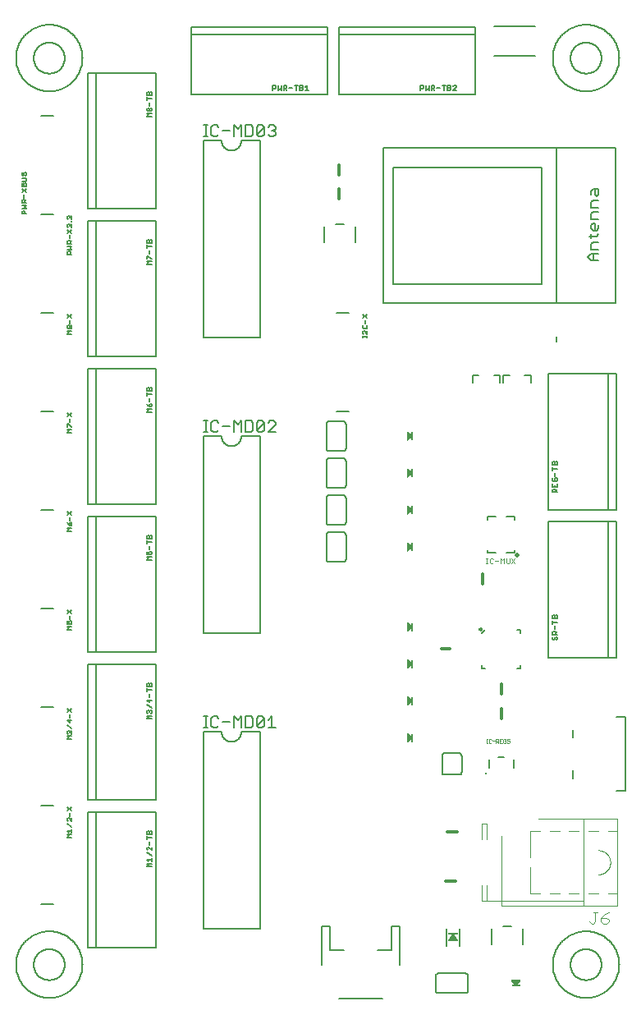
<source format=gbr>
G04 EAGLE Gerber RS-274X export*
G75*
%MOMM*%
%FSLAX34Y34*%
%LPD*%
%INSilkscreen Top*%
%IPPOS*%
%AMOC8*
5,1,8,0,0,1.08239X$1,22.5*%
G01*
%ADD10C,0.304800*%
%ADD11C,0.203200*%
%ADD12R,1.000000X0.200000*%
%ADD13R,0.889000X0.190500*%
%ADD14C,0.127000*%
%ADD15C,0.152400*%
%ADD16C,0.508000*%
%ADD17C,0.101600*%
%ADD18R,0.190500X0.889000*%
%ADD19C,0.100000*%
%ADD20C,0.254000*%
%ADD21C,0.025400*%

G36*
X411537Y580904D02*
X411537Y580904D01*
X411555Y580902D01*
X411657Y580930D01*
X411760Y580952D01*
X411775Y580961D01*
X411792Y580966D01*
X411937Y581051D01*
X417017Y584861D01*
X417020Y584864D01*
X417024Y584866D01*
X417105Y584953D01*
X417187Y585038D01*
X417189Y585042D01*
X417192Y585045D01*
X417242Y585154D01*
X417292Y585261D01*
X417292Y585265D01*
X417294Y585269D01*
X417307Y585387D01*
X417320Y585505D01*
X417320Y585509D01*
X417320Y585514D01*
X417294Y585630D01*
X417270Y585746D01*
X417267Y585750D01*
X417266Y585754D01*
X417205Y585856D01*
X417145Y585958D01*
X417141Y585961D01*
X417139Y585964D01*
X417017Y586079D01*
X411937Y589889D01*
X411921Y589897D01*
X411908Y589910D01*
X411893Y589917D01*
X411885Y589923D01*
X411835Y589943D01*
X411812Y589954D01*
X411719Y590003D01*
X411701Y590006D01*
X411685Y590013D01*
X411580Y590025D01*
X411476Y590041D01*
X411458Y590038D01*
X411441Y590040D01*
X411338Y590018D01*
X411233Y590000D01*
X411218Y589992D01*
X411200Y589988D01*
X411110Y589934D01*
X411017Y589884D01*
X411004Y589871D01*
X410989Y589862D01*
X410920Y589782D01*
X410848Y589705D01*
X410841Y589688D01*
X410829Y589675D01*
X410790Y589577D01*
X410746Y589481D01*
X410744Y589463D01*
X410737Y589447D01*
X410719Y589280D01*
X410719Y581660D01*
X410722Y581642D01*
X410720Y581625D01*
X410741Y581521D01*
X410759Y581417D01*
X410767Y581402D01*
X410771Y581384D01*
X410824Y581293D01*
X410874Y581200D01*
X410886Y581188D01*
X410896Y581172D01*
X410975Y581103D01*
X411052Y581031D01*
X411068Y581023D01*
X411082Y581011D01*
X411179Y580971D01*
X411275Y580927D01*
X411293Y580925D01*
X411309Y580918D01*
X411415Y580911D01*
X411519Y580900D01*
X411537Y580904D01*
G37*
G36*
X411537Y542804D02*
X411537Y542804D01*
X411555Y542802D01*
X411657Y542830D01*
X411760Y542852D01*
X411775Y542861D01*
X411792Y542866D01*
X411937Y542951D01*
X417017Y546761D01*
X417020Y546764D01*
X417024Y546766D01*
X417105Y546853D01*
X417187Y546938D01*
X417189Y546942D01*
X417192Y546945D01*
X417242Y547054D01*
X417292Y547161D01*
X417292Y547165D01*
X417294Y547169D01*
X417307Y547287D01*
X417320Y547405D01*
X417320Y547409D01*
X417320Y547414D01*
X417294Y547530D01*
X417270Y547646D01*
X417267Y547650D01*
X417266Y547654D01*
X417205Y547756D01*
X417145Y547858D01*
X417141Y547861D01*
X417139Y547864D01*
X417017Y547979D01*
X411937Y551789D01*
X411921Y551797D01*
X411908Y551810D01*
X411893Y551817D01*
X411885Y551823D01*
X411835Y551843D01*
X411812Y551854D01*
X411719Y551903D01*
X411701Y551906D01*
X411685Y551913D01*
X411580Y551925D01*
X411476Y551941D01*
X411458Y551938D01*
X411441Y551940D01*
X411338Y551918D01*
X411233Y551900D01*
X411218Y551892D01*
X411200Y551888D01*
X411110Y551834D01*
X411017Y551784D01*
X411004Y551771D01*
X410989Y551762D01*
X410920Y551682D01*
X410848Y551605D01*
X410841Y551588D01*
X410829Y551575D01*
X410790Y551477D01*
X410746Y551381D01*
X410744Y551363D01*
X410737Y551347D01*
X410719Y551180D01*
X410719Y543560D01*
X410722Y543542D01*
X410720Y543525D01*
X410741Y543421D01*
X410759Y543317D01*
X410767Y543302D01*
X410771Y543284D01*
X410824Y543193D01*
X410874Y543100D01*
X410886Y543088D01*
X410896Y543072D01*
X410975Y543003D01*
X411052Y542931D01*
X411068Y542923D01*
X411082Y542911D01*
X411179Y542871D01*
X411275Y542827D01*
X411293Y542825D01*
X411309Y542818D01*
X411415Y542811D01*
X411519Y542800D01*
X411537Y542804D01*
G37*
G36*
X411537Y504704D02*
X411537Y504704D01*
X411555Y504702D01*
X411657Y504730D01*
X411760Y504752D01*
X411775Y504761D01*
X411792Y504766D01*
X411937Y504851D01*
X417017Y508661D01*
X417020Y508664D01*
X417024Y508666D01*
X417105Y508753D01*
X417187Y508838D01*
X417189Y508842D01*
X417192Y508845D01*
X417242Y508954D01*
X417292Y509061D01*
X417292Y509065D01*
X417294Y509069D01*
X417307Y509187D01*
X417320Y509305D01*
X417320Y509309D01*
X417320Y509314D01*
X417294Y509430D01*
X417270Y509546D01*
X417267Y509550D01*
X417266Y509554D01*
X417205Y509656D01*
X417145Y509758D01*
X417141Y509761D01*
X417139Y509764D01*
X417017Y509879D01*
X411937Y513689D01*
X411921Y513697D01*
X411908Y513710D01*
X411893Y513717D01*
X411885Y513723D01*
X411835Y513743D01*
X411812Y513754D01*
X411719Y513803D01*
X411701Y513806D01*
X411685Y513813D01*
X411580Y513825D01*
X411476Y513841D01*
X411458Y513838D01*
X411441Y513840D01*
X411338Y513818D01*
X411233Y513800D01*
X411218Y513792D01*
X411200Y513788D01*
X411110Y513734D01*
X411017Y513684D01*
X411004Y513671D01*
X410989Y513662D01*
X410920Y513582D01*
X410848Y513505D01*
X410841Y513488D01*
X410829Y513475D01*
X410790Y513377D01*
X410746Y513281D01*
X410744Y513263D01*
X410737Y513247D01*
X410719Y513080D01*
X410719Y505460D01*
X410722Y505442D01*
X410720Y505425D01*
X410741Y505321D01*
X410759Y505217D01*
X410767Y505202D01*
X410771Y505184D01*
X410824Y505093D01*
X410874Y505000D01*
X410886Y504988D01*
X410896Y504972D01*
X410975Y504903D01*
X411052Y504831D01*
X411068Y504823D01*
X411082Y504811D01*
X411179Y504771D01*
X411275Y504727D01*
X411293Y504725D01*
X411309Y504718D01*
X411415Y504711D01*
X411519Y504700D01*
X411537Y504704D01*
G37*
G36*
X411537Y466604D02*
X411537Y466604D01*
X411555Y466602D01*
X411657Y466630D01*
X411760Y466652D01*
X411775Y466661D01*
X411792Y466666D01*
X411937Y466751D01*
X417017Y470561D01*
X417020Y470564D01*
X417024Y470566D01*
X417105Y470653D01*
X417187Y470738D01*
X417189Y470742D01*
X417192Y470745D01*
X417242Y470854D01*
X417292Y470961D01*
X417292Y470965D01*
X417294Y470969D01*
X417307Y471087D01*
X417320Y471205D01*
X417320Y471209D01*
X417320Y471214D01*
X417294Y471330D01*
X417270Y471446D01*
X417267Y471450D01*
X417266Y471454D01*
X417205Y471556D01*
X417145Y471658D01*
X417141Y471661D01*
X417139Y471664D01*
X417017Y471779D01*
X411937Y475589D01*
X411921Y475597D01*
X411908Y475610D01*
X411893Y475617D01*
X411885Y475623D01*
X411835Y475643D01*
X411812Y475654D01*
X411719Y475703D01*
X411701Y475706D01*
X411685Y475713D01*
X411580Y475725D01*
X411476Y475741D01*
X411458Y475738D01*
X411441Y475740D01*
X411338Y475718D01*
X411233Y475700D01*
X411218Y475692D01*
X411200Y475688D01*
X411110Y475634D01*
X411017Y475584D01*
X411004Y475571D01*
X410989Y475562D01*
X410920Y475482D01*
X410848Y475405D01*
X410841Y475388D01*
X410829Y475375D01*
X410790Y475277D01*
X410746Y475181D01*
X410744Y475163D01*
X410737Y475147D01*
X410719Y474980D01*
X410719Y467360D01*
X410722Y467342D01*
X410720Y467325D01*
X410741Y467221D01*
X410759Y467117D01*
X410767Y467102D01*
X410771Y467084D01*
X410824Y466993D01*
X410874Y466900D01*
X410886Y466888D01*
X410896Y466872D01*
X410975Y466803D01*
X411052Y466731D01*
X411068Y466723D01*
X411082Y466711D01*
X411179Y466671D01*
X411275Y466627D01*
X411293Y466625D01*
X411309Y466618D01*
X411415Y466611D01*
X411519Y466600D01*
X411537Y466604D01*
G37*
G36*
X411537Y384054D02*
X411537Y384054D01*
X411555Y384052D01*
X411657Y384080D01*
X411760Y384102D01*
X411775Y384111D01*
X411792Y384116D01*
X411937Y384201D01*
X417017Y388011D01*
X417020Y388014D01*
X417024Y388016D01*
X417105Y388103D01*
X417187Y388188D01*
X417189Y388192D01*
X417192Y388195D01*
X417242Y388304D01*
X417292Y388411D01*
X417292Y388415D01*
X417294Y388419D01*
X417307Y388537D01*
X417320Y388655D01*
X417320Y388659D01*
X417320Y388664D01*
X417294Y388780D01*
X417270Y388896D01*
X417267Y388900D01*
X417266Y388904D01*
X417205Y389006D01*
X417145Y389108D01*
X417141Y389111D01*
X417139Y389114D01*
X417017Y389229D01*
X411937Y393039D01*
X411921Y393047D01*
X411908Y393060D01*
X411893Y393067D01*
X411885Y393073D01*
X411835Y393093D01*
X411812Y393104D01*
X411719Y393153D01*
X411701Y393156D01*
X411685Y393163D01*
X411580Y393175D01*
X411476Y393191D01*
X411458Y393188D01*
X411441Y393190D01*
X411338Y393168D01*
X411233Y393150D01*
X411218Y393142D01*
X411200Y393138D01*
X411110Y393084D01*
X411017Y393034D01*
X411004Y393021D01*
X410989Y393012D01*
X410920Y392932D01*
X410848Y392855D01*
X410841Y392838D01*
X410829Y392825D01*
X410790Y392727D01*
X410746Y392631D01*
X410744Y392613D01*
X410737Y392597D01*
X410719Y392430D01*
X410719Y384810D01*
X410722Y384792D01*
X410720Y384775D01*
X410741Y384671D01*
X410759Y384567D01*
X410767Y384552D01*
X410771Y384534D01*
X410824Y384443D01*
X410874Y384350D01*
X410886Y384338D01*
X410896Y384322D01*
X410975Y384253D01*
X411052Y384181D01*
X411068Y384173D01*
X411082Y384161D01*
X411179Y384121D01*
X411275Y384077D01*
X411293Y384075D01*
X411309Y384068D01*
X411415Y384061D01*
X411519Y384050D01*
X411537Y384054D01*
G37*
G36*
X411537Y345954D02*
X411537Y345954D01*
X411555Y345952D01*
X411657Y345980D01*
X411760Y346002D01*
X411775Y346011D01*
X411792Y346016D01*
X411937Y346101D01*
X417017Y349911D01*
X417020Y349914D01*
X417024Y349916D01*
X417105Y350003D01*
X417187Y350088D01*
X417189Y350092D01*
X417192Y350095D01*
X417242Y350204D01*
X417292Y350311D01*
X417292Y350315D01*
X417294Y350319D01*
X417307Y350437D01*
X417320Y350555D01*
X417320Y350559D01*
X417320Y350564D01*
X417294Y350680D01*
X417270Y350796D01*
X417267Y350800D01*
X417266Y350804D01*
X417205Y350906D01*
X417145Y351008D01*
X417141Y351011D01*
X417139Y351014D01*
X417017Y351129D01*
X411937Y354939D01*
X411921Y354947D01*
X411908Y354960D01*
X411893Y354967D01*
X411885Y354973D01*
X411835Y354993D01*
X411812Y355004D01*
X411719Y355053D01*
X411701Y355056D01*
X411685Y355063D01*
X411580Y355075D01*
X411476Y355091D01*
X411458Y355088D01*
X411441Y355090D01*
X411338Y355068D01*
X411233Y355050D01*
X411218Y355042D01*
X411200Y355038D01*
X411110Y354984D01*
X411017Y354934D01*
X411004Y354921D01*
X410989Y354912D01*
X410920Y354832D01*
X410848Y354755D01*
X410841Y354738D01*
X410829Y354725D01*
X410790Y354627D01*
X410746Y354531D01*
X410744Y354513D01*
X410737Y354497D01*
X410719Y354330D01*
X410719Y346710D01*
X410722Y346692D01*
X410720Y346675D01*
X410741Y346571D01*
X410759Y346467D01*
X410767Y346452D01*
X410771Y346434D01*
X410824Y346343D01*
X410874Y346250D01*
X410886Y346238D01*
X410896Y346222D01*
X410975Y346153D01*
X411052Y346081D01*
X411068Y346073D01*
X411082Y346061D01*
X411179Y346021D01*
X411275Y345977D01*
X411293Y345975D01*
X411309Y345968D01*
X411415Y345961D01*
X411519Y345950D01*
X411537Y345954D01*
G37*
G36*
X411537Y307854D02*
X411537Y307854D01*
X411555Y307852D01*
X411657Y307880D01*
X411760Y307902D01*
X411775Y307911D01*
X411792Y307916D01*
X411937Y308001D01*
X417017Y311811D01*
X417020Y311814D01*
X417024Y311816D01*
X417105Y311903D01*
X417187Y311988D01*
X417189Y311992D01*
X417192Y311995D01*
X417242Y312104D01*
X417292Y312211D01*
X417292Y312215D01*
X417294Y312219D01*
X417307Y312337D01*
X417320Y312455D01*
X417320Y312459D01*
X417320Y312464D01*
X417294Y312580D01*
X417270Y312696D01*
X417267Y312700D01*
X417266Y312704D01*
X417205Y312806D01*
X417145Y312908D01*
X417141Y312911D01*
X417139Y312914D01*
X417017Y313029D01*
X411937Y316839D01*
X411921Y316847D01*
X411908Y316860D01*
X411893Y316867D01*
X411885Y316873D01*
X411835Y316893D01*
X411812Y316904D01*
X411719Y316953D01*
X411701Y316956D01*
X411685Y316963D01*
X411580Y316975D01*
X411476Y316991D01*
X411458Y316988D01*
X411441Y316990D01*
X411338Y316968D01*
X411233Y316950D01*
X411218Y316942D01*
X411200Y316938D01*
X411110Y316884D01*
X411017Y316834D01*
X411004Y316821D01*
X410989Y316812D01*
X410920Y316732D01*
X410848Y316655D01*
X410841Y316638D01*
X410829Y316625D01*
X410790Y316527D01*
X410746Y316431D01*
X410744Y316413D01*
X410737Y316397D01*
X410719Y316230D01*
X410719Y308610D01*
X410722Y308592D01*
X410720Y308575D01*
X410741Y308471D01*
X410759Y308367D01*
X410767Y308352D01*
X410771Y308334D01*
X410824Y308243D01*
X410874Y308150D01*
X410886Y308138D01*
X410896Y308122D01*
X410975Y308053D01*
X411052Y307981D01*
X411068Y307973D01*
X411082Y307961D01*
X411179Y307921D01*
X411275Y307877D01*
X411293Y307875D01*
X411309Y307868D01*
X411415Y307861D01*
X411519Y307850D01*
X411537Y307854D01*
G37*
G36*
X411537Y269754D02*
X411537Y269754D01*
X411555Y269752D01*
X411657Y269780D01*
X411760Y269802D01*
X411775Y269811D01*
X411792Y269816D01*
X411937Y269901D01*
X417017Y273711D01*
X417020Y273714D01*
X417024Y273716D01*
X417105Y273803D01*
X417187Y273888D01*
X417189Y273892D01*
X417192Y273895D01*
X417242Y274004D01*
X417292Y274111D01*
X417292Y274115D01*
X417294Y274119D01*
X417307Y274237D01*
X417320Y274355D01*
X417320Y274359D01*
X417320Y274364D01*
X417294Y274480D01*
X417270Y274596D01*
X417267Y274600D01*
X417266Y274604D01*
X417205Y274706D01*
X417145Y274808D01*
X417141Y274811D01*
X417139Y274814D01*
X417017Y274929D01*
X411937Y278739D01*
X411921Y278747D01*
X411908Y278760D01*
X411893Y278767D01*
X411885Y278773D01*
X411835Y278793D01*
X411812Y278804D01*
X411719Y278853D01*
X411701Y278856D01*
X411685Y278863D01*
X411580Y278875D01*
X411476Y278891D01*
X411458Y278888D01*
X411441Y278890D01*
X411338Y278868D01*
X411233Y278850D01*
X411218Y278842D01*
X411200Y278838D01*
X411110Y278784D01*
X411017Y278734D01*
X411004Y278721D01*
X410989Y278712D01*
X410920Y278632D01*
X410848Y278555D01*
X410841Y278538D01*
X410829Y278525D01*
X410790Y278427D01*
X410746Y278331D01*
X410744Y278313D01*
X410737Y278297D01*
X410719Y278130D01*
X410719Y270510D01*
X410722Y270492D01*
X410720Y270475D01*
X410741Y270371D01*
X410759Y270267D01*
X410767Y270252D01*
X410771Y270234D01*
X410824Y270143D01*
X410874Y270050D01*
X410886Y270038D01*
X410896Y270022D01*
X410975Y269953D01*
X411052Y269881D01*
X411068Y269873D01*
X411082Y269861D01*
X411179Y269821D01*
X411275Y269777D01*
X411293Y269775D01*
X411309Y269768D01*
X411415Y269761D01*
X411519Y269750D01*
X411537Y269754D01*
G37*
G36*
X523279Y18290D02*
X523279Y18290D01*
X523284Y18290D01*
X523400Y18316D01*
X523516Y18341D01*
X523520Y18343D01*
X523524Y18344D01*
X523626Y18405D01*
X523728Y18466D01*
X523731Y18469D01*
X523734Y18471D01*
X523849Y18593D01*
X527659Y23673D01*
X527667Y23689D01*
X527680Y23702D01*
X527724Y23798D01*
X527773Y23891D01*
X527776Y23909D01*
X527783Y23925D01*
X527795Y24030D01*
X527811Y24134D01*
X527808Y24152D01*
X527810Y24169D01*
X527788Y24272D01*
X527770Y24377D01*
X527762Y24392D01*
X527758Y24410D01*
X527704Y24500D01*
X527654Y24594D01*
X527641Y24606D01*
X527632Y24621D01*
X527552Y24690D01*
X527475Y24762D01*
X527458Y24769D01*
X527445Y24781D01*
X527347Y24820D01*
X527251Y24864D01*
X527233Y24866D01*
X527217Y24873D01*
X527050Y24891D01*
X519430Y24891D01*
X519412Y24888D01*
X519395Y24890D01*
X519291Y24869D01*
X519187Y24852D01*
X519172Y24843D01*
X519154Y24840D01*
X519063Y24786D01*
X518970Y24736D01*
X518958Y24724D01*
X518942Y24715D01*
X518873Y24635D01*
X518801Y24558D01*
X518793Y24542D01*
X518781Y24528D01*
X518741Y24431D01*
X518697Y24335D01*
X518695Y24317D01*
X518688Y24301D01*
X518681Y24195D01*
X518670Y24091D01*
X518674Y24073D01*
X518672Y24055D01*
X518700Y23953D01*
X518722Y23850D01*
X518731Y23835D01*
X518736Y23818D01*
X518821Y23673D01*
X522631Y18593D01*
X522634Y18590D01*
X522636Y18587D01*
X522723Y18505D01*
X522808Y18423D01*
X522812Y18421D01*
X522815Y18418D01*
X522924Y18368D01*
X523031Y18318D01*
X523035Y18318D01*
X523039Y18316D01*
X523157Y18303D01*
X523275Y18290D01*
X523279Y18290D01*
G37*
G36*
X460541Y65575D02*
X460541Y65575D01*
X460613Y65575D01*
X460681Y65595D01*
X460752Y65605D01*
X460817Y65634D01*
X460886Y65654D01*
X460946Y65692D01*
X461011Y65721D01*
X461066Y65767D01*
X461126Y65805D01*
X461174Y65859D01*
X461228Y65905D01*
X461268Y65964D01*
X461315Y66018D01*
X461346Y66082D01*
X461386Y66141D01*
X461407Y66210D01*
X461438Y66274D01*
X461450Y66344D01*
X461471Y66412D01*
X461473Y66484D01*
X461485Y66555D01*
X461477Y66625D01*
X461479Y66696D01*
X461460Y66766D01*
X461452Y66837D01*
X461427Y66892D01*
X461407Y66971D01*
X461346Y67074D01*
X461315Y67143D01*
X459315Y70143D01*
X459238Y70230D01*
X459165Y70320D01*
X459143Y70335D01*
X459125Y70355D01*
X459028Y70417D01*
X458933Y70484D01*
X458907Y70492D01*
X458885Y70507D01*
X458774Y70539D01*
X458664Y70577D01*
X458637Y70578D01*
X458612Y70585D01*
X458496Y70585D01*
X458380Y70591D01*
X458354Y70585D01*
X458327Y70585D01*
X458216Y70553D01*
X458103Y70527D01*
X458080Y70514D01*
X458054Y70506D01*
X457956Y70444D01*
X457855Y70388D01*
X457839Y70370D01*
X457814Y70355D01*
X457629Y70147D01*
X457625Y70143D01*
X455625Y67143D01*
X455594Y67079D01*
X455555Y67019D01*
X455533Y66951D01*
X455502Y66887D01*
X455490Y66816D01*
X455469Y66748D01*
X455467Y66677D01*
X455455Y66607D01*
X455463Y66535D01*
X455461Y66464D01*
X455479Y66395D01*
X455488Y66324D01*
X455515Y66258D01*
X455533Y66189D01*
X455570Y66128D01*
X455597Y66062D01*
X455642Y66006D01*
X455679Y65944D01*
X455730Y65895D01*
X455775Y65840D01*
X455834Y65799D01*
X455886Y65750D01*
X455949Y65717D01*
X456007Y65676D01*
X456075Y65653D01*
X456139Y65620D01*
X456198Y65610D01*
X456276Y65583D01*
X456395Y65577D01*
X456470Y65565D01*
X460470Y65565D01*
X460541Y65575D01*
G37*
D10*
X508000Y330200D02*
X508000Y320040D01*
X454850Y366522D02*
X446850Y366522D01*
X340868Y830580D02*
X340868Y840740D01*
D11*
X325130Y801750D02*
X325130Y785750D01*
X358130Y785750D02*
X358130Y801750D01*
X345630Y804250D02*
X337630Y804250D01*
X465470Y77310D02*
X465470Y59850D01*
X451470Y59850D02*
X451470Y77310D01*
X458470Y71580D02*
X462470Y65580D01*
X454470Y65580D01*
X458470Y71580D01*
D12*
X458470Y72580D03*
D11*
X385720Y5560D02*
X340720Y5560D01*
X323220Y40560D02*
X323220Y80560D01*
X331720Y80560D01*
X331720Y55560D01*
X345720Y55560D01*
X380720Y55560D02*
X394720Y55560D01*
X394720Y80560D01*
X403220Y80560D01*
X403220Y40560D01*
X497850Y61850D02*
X497850Y77850D01*
X530850Y77850D02*
X530850Y61850D01*
X518350Y80350D02*
X510350Y80350D01*
D13*
X523240Y19233D03*
D10*
X461010Y127000D02*
X450850Y127000D01*
D14*
X626155Y722640D02*
X626155Y882640D01*
X626155Y722640D02*
X565155Y722640D01*
X386155Y722640D01*
X386155Y882640D01*
X565155Y882640D01*
X626155Y882640D01*
X549855Y862640D02*
X549855Y742640D01*
X396855Y742640D01*
X396855Y862640D01*
X549855Y862640D01*
D15*
X600986Y766422D02*
X608443Y766422D01*
X600986Y766422D02*
X597257Y770151D01*
X600986Y773879D01*
X608443Y773879D01*
X602850Y773879D02*
X602850Y766422D01*
X600986Y778116D02*
X608443Y778116D01*
X600986Y778116D02*
X600986Y783709D01*
X602850Y785573D01*
X608443Y785573D01*
X606579Y791674D02*
X599122Y791674D01*
X606579Y791674D02*
X608443Y793538D01*
X600986Y793538D02*
X600986Y789810D01*
X608443Y799470D02*
X608443Y803199D01*
X608443Y799470D02*
X606579Y797606D01*
X602850Y797606D01*
X600986Y799470D01*
X600986Y803199D01*
X602850Y805063D01*
X604715Y805063D01*
X604715Y797606D01*
X608443Y809300D02*
X600986Y809300D01*
X600986Y814893D01*
X602850Y816757D01*
X608443Y816757D01*
X608443Y820994D02*
X600986Y820994D01*
X600986Y826587D01*
X602850Y828451D01*
X608443Y828451D01*
X600986Y834552D02*
X600986Y838281D01*
X602850Y840145D01*
X608443Y840145D01*
X608443Y834552D01*
X606579Y832688D01*
X604715Y834552D01*
X604715Y840145D01*
D14*
X565155Y882640D02*
X565155Y722640D01*
D11*
X542970Y1008394D02*
X500970Y1008394D01*
X500970Y977886D02*
X542970Y977886D01*
X528000Y345760D02*
X524500Y345760D01*
X528000Y345760D02*
X528000Y349260D01*
X491500Y345760D02*
X488000Y345760D01*
X488000Y349260D01*
X528000Y382260D02*
X528000Y385760D01*
X524500Y385760D01*
X491500Y385760D02*
X488000Y382260D01*
X485902Y386588D02*
X485904Y386659D01*
X485910Y386730D01*
X485920Y386801D01*
X485934Y386871D01*
X485952Y386940D01*
X485973Y387007D01*
X485999Y387074D01*
X486028Y387139D01*
X486060Y387202D01*
X486097Y387264D01*
X486136Y387323D01*
X486179Y387380D01*
X486225Y387434D01*
X486274Y387486D01*
X486326Y387535D01*
X486380Y387581D01*
X486437Y387624D01*
X486496Y387663D01*
X486558Y387700D01*
X486621Y387732D01*
X486686Y387761D01*
X486753Y387787D01*
X486820Y387808D01*
X486889Y387826D01*
X486959Y387840D01*
X487030Y387850D01*
X487101Y387856D01*
X487172Y387858D01*
X487243Y387856D01*
X487314Y387850D01*
X487385Y387840D01*
X487455Y387826D01*
X487524Y387808D01*
X487591Y387787D01*
X487658Y387761D01*
X487723Y387732D01*
X487786Y387700D01*
X487848Y387663D01*
X487907Y387624D01*
X487964Y387581D01*
X488018Y387535D01*
X488070Y387486D01*
X488119Y387434D01*
X488165Y387380D01*
X488208Y387323D01*
X488247Y387264D01*
X488284Y387202D01*
X488316Y387139D01*
X488345Y387074D01*
X488371Y387007D01*
X488392Y386940D01*
X488410Y386871D01*
X488424Y386801D01*
X488434Y386730D01*
X488440Y386659D01*
X488442Y386588D01*
X488440Y386517D01*
X488434Y386446D01*
X488424Y386375D01*
X488410Y386305D01*
X488392Y386236D01*
X488371Y386169D01*
X488345Y386102D01*
X488316Y386037D01*
X488284Y385974D01*
X488247Y385912D01*
X488208Y385853D01*
X488165Y385796D01*
X488119Y385742D01*
X488070Y385690D01*
X488018Y385641D01*
X487964Y385595D01*
X487907Y385552D01*
X487848Y385513D01*
X487786Y385476D01*
X487723Y385444D01*
X487658Y385415D01*
X487591Y385389D01*
X487524Y385368D01*
X487455Y385350D01*
X487385Y385336D01*
X487314Y385326D01*
X487243Y385320D01*
X487172Y385318D01*
X487101Y385320D01*
X487030Y385326D01*
X486959Y385336D01*
X486889Y385350D01*
X486820Y385368D01*
X486753Y385389D01*
X486686Y385415D01*
X486621Y385444D01*
X486558Y385476D01*
X486496Y385513D01*
X486437Y385552D01*
X486380Y385595D01*
X486326Y385641D01*
X486274Y385690D01*
X486225Y385742D01*
X486179Y385796D01*
X486136Y385853D01*
X486097Y385912D01*
X486060Y385974D01*
X486028Y386037D01*
X485999Y386102D01*
X485973Y386169D01*
X485952Y386236D01*
X485934Y386305D01*
X485920Y386375D01*
X485910Y386446D01*
X485904Y386517D01*
X485902Y386588D01*
D14*
X582090Y240810D02*
X582090Y232810D01*
X582090Y274810D02*
X582090Y282810D01*
X627090Y219810D02*
X636090Y219810D01*
X636090Y295810D01*
X627090Y295810D01*
D10*
X340868Y854710D02*
X340868Y864870D01*
D11*
X478760Y648350D02*
X484760Y648350D01*
X478760Y648350D02*
X478760Y640350D01*
X500760Y648350D02*
X506760Y648350D01*
X506760Y640350D01*
X510510Y648350D02*
X516510Y648350D01*
X510510Y648350D02*
X510510Y640350D01*
X532510Y648350D02*
X538510Y648350D01*
X538510Y640350D01*
X565150Y683260D02*
X565150Y688340D01*
X471170Y31750D02*
X443230Y31750D01*
X440690Y13970D02*
X440692Y13870D01*
X440698Y13771D01*
X440708Y13671D01*
X440721Y13573D01*
X440739Y13474D01*
X440760Y13377D01*
X440785Y13281D01*
X440814Y13185D01*
X440847Y13091D01*
X440883Y12998D01*
X440923Y12907D01*
X440967Y12817D01*
X441014Y12729D01*
X441064Y12643D01*
X441118Y12559D01*
X441175Y12477D01*
X441235Y12398D01*
X441299Y12320D01*
X441365Y12246D01*
X441434Y12174D01*
X441506Y12105D01*
X441580Y12039D01*
X441658Y11975D01*
X441737Y11915D01*
X441819Y11858D01*
X441903Y11804D01*
X441989Y11754D01*
X442077Y11707D01*
X442167Y11663D01*
X442258Y11623D01*
X442351Y11587D01*
X442445Y11554D01*
X442541Y11525D01*
X442637Y11500D01*
X442734Y11479D01*
X442833Y11461D01*
X442931Y11448D01*
X443031Y11438D01*
X443130Y11432D01*
X443230Y11430D01*
X471170Y11430D02*
X471270Y11432D01*
X471369Y11438D01*
X471469Y11448D01*
X471567Y11461D01*
X471666Y11479D01*
X471763Y11500D01*
X471859Y11525D01*
X471955Y11554D01*
X472049Y11587D01*
X472142Y11623D01*
X472233Y11663D01*
X472323Y11707D01*
X472411Y11754D01*
X472497Y11804D01*
X472581Y11858D01*
X472663Y11915D01*
X472742Y11975D01*
X472820Y12039D01*
X472894Y12105D01*
X472966Y12174D01*
X473035Y12246D01*
X473101Y12320D01*
X473165Y12398D01*
X473225Y12477D01*
X473282Y12559D01*
X473336Y12643D01*
X473386Y12729D01*
X473433Y12817D01*
X473477Y12907D01*
X473517Y12998D01*
X473553Y13091D01*
X473586Y13185D01*
X473615Y13281D01*
X473640Y13377D01*
X473661Y13474D01*
X473679Y13573D01*
X473692Y13671D01*
X473702Y13771D01*
X473708Y13870D01*
X473710Y13970D01*
X473710Y29210D02*
X473708Y29310D01*
X473702Y29409D01*
X473692Y29509D01*
X473679Y29607D01*
X473661Y29706D01*
X473640Y29803D01*
X473615Y29899D01*
X473586Y29995D01*
X473553Y30089D01*
X473517Y30182D01*
X473477Y30273D01*
X473433Y30363D01*
X473386Y30451D01*
X473336Y30537D01*
X473282Y30621D01*
X473225Y30703D01*
X473165Y30782D01*
X473101Y30860D01*
X473035Y30934D01*
X472966Y31006D01*
X472894Y31075D01*
X472820Y31141D01*
X472742Y31205D01*
X472663Y31265D01*
X472581Y31322D01*
X472497Y31376D01*
X472411Y31426D01*
X472323Y31473D01*
X472233Y31517D01*
X472142Y31557D01*
X472049Y31593D01*
X471955Y31626D01*
X471859Y31655D01*
X471763Y31680D01*
X471666Y31701D01*
X471567Y31719D01*
X471469Y31732D01*
X471369Y31742D01*
X471270Y31748D01*
X471170Y31750D01*
X443230Y31750D02*
X443130Y31748D01*
X443031Y31742D01*
X442931Y31732D01*
X442833Y31719D01*
X442734Y31701D01*
X442637Y31680D01*
X442541Y31655D01*
X442445Y31626D01*
X442351Y31593D01*
X442258Y31557D01*
X442167Y31517D01*
X442077Y31473D01*
X441989Y31426D01*
X441903Y31376D01*
X441819Y31322D01*
X441737Y31265D01*
X441658Y31205D01*
X441580Y31141D01*
X441506Y31075D01*
X441434Y31006D01*
X441365Y30934D01*
X441299Y30860D01*
X441235Y30782D01*
X441175Y30703D01*
X441118Y30621D01*
X441064Y30537D01*
X441014Y30451D01*
X440967Y30363D01*
X440923Y30273D01*
X440883Y30182D01*
X440847Y30089D01*
X440814Y29995D01*
X440785Y29899D01*
X440760Y29803D01*
X440739Y29706D01*
X440721Y29607D01*
X440708Y29509D01*
X440698Y29409D01*
X440692Y29310D01*
X440690Y29210D01*
X440690Y13970D01*
X473710Y13970D02*
X473710Y29210D01*
X471170Y11430D02*
X443230Y11430D01*
D16*
X524310Y462560D03*
D11*
X521770Y465100D02*
X513788Y465100D01*
X502212Y465100D02*
X494230Y465100D01*
X494230Y468096D01*
X494230Y499644D02*
X494230Y502640D01*
X502212Y502640D01*
X513788Y502640D02*
X521770Y502640D01*
X521770Y468096D02*
X521770Y465100D01*
X521770Y499644D02*
X521770Y502640D01*
D17*
X494299Y454152D02*
X492604Y454152D01*
X493452Y454152D02*
X493452Y459236D01*
X494299Y459236D02*
X492604Y459236D01*
X498888Y459236D02*
X499736Y458389D01*
X498888Y459236D02*
X497194Y459236D01*
X496346Y458389D01*
X496346Y454999D01*
X497194Y454152D01*
X498888Y454152D01*
X499736Y454999D01*
X501959Y456694D02*
X505349Y456694D01*
X507572Y454152D02*
X507572Y459236D01*
X509267Y457542D01*
X510962Y459236D01*
X510962Y454152D01*
X513186Y454999D02*
X513186Y459236D01*
X513186Y454999D02*
X514033Y454152D01*
X515728Y454152D01*
X516575Y454999D01*
X516575Y459236D01*
X518799Y459236D02*
X522188Y454152D01*
X518799Y454152D02*
X522188Y459236D01*
D15*
X259080Y280670D02*
X259080Y77470D01*
X200660Y77470D02*
X200660Y280670D01*
X200660Y77470D02*
X259080Y77470D01*
X259080Y280670D02*
X240030Y280670D01*
X219710Y280670D02*
X200660Y280670D01*
X219710Y280670D02*
X219713Y280423D01*
X219722Y280175D01*
X219737Y279928D01*
X219758Y279682D01*
X219785Y279436D01*
X219818Y279191D01*
X219857Y278946D01*
X219902Y278703D01*
X219953Y278461D01*
X220010Y278220D01*
X220072Y277981D01*
X220141Y277743D01*
X220215Y277507D01*
X220295Y277273D01*
X220380Y277041D01*
X220472Y276811D01*
X220568Y276583D01*
X220671Y276358D01*
X220778Y276135D01*
X220892Y275915D01*
X221010Y275698D01*
X221134Y275483D01*
X221263Y275272D01*
X221397Y275064D01*
X221536Y274859D01*
X221680Y274658D01*
X221828Y274460D01*
X221982Y274266D01*
X222140Y274076D01*
X222303Y273890D01*
X222470Y273708D01*
X222642Y273530D01*
X222818Y273356D01*
X222998Y273186D01*
X223183Y273021D01*
X223371Y272861D01*
X223563Y272705D01*
X223759Y272553D01*
X223958Y272407D01*
X224161Y272265D01*
X224368Y272129D01*
X224577Y271997D01*
X224790Y271871D01*
X225006Y271750D01*
X225224Y271634D01*
X225446Y271524D01*
X225670Y271419D01*
X225896Y271319D01*
X226125Y271225D01*
X226356Y271137D01*
X226590Y271054D01*
X226825Y270977D01*
X227062Y270906D01*
X227300Y270840D01*
X227540Y270781D01*
X227782Y270727D01*
X228025Y270679D01*
X228268Y270637D01*
X228513Y270601D01*
X228759Y270571D01*
X229005Y270547D01*
X229252Y270529D01*
X229499Y270517D01*
X229746Y270511D01*
X229994Y270511D01*
X230241Y270517D01*
X230488Y270529D01*
X230735Y270547D01*
X230981Y270571D01*
X231227Y270601D01*
X231472Y270637D01*
X231715Y270679D01*
X231958Y270727D01*
X232200Y270781D01*
X232440Y270840D01*
X232678Y270906D01*
X232915Y270977D01*
X233150Y271054D01*
X233384Y271137D01*
X233615Y271225D01*
X233844Y271319D01*
X234070Y271419D01*
X234294Y271524D01*
X234516Y271634D01*
X234734Y271750D01*
X234950Y271871D01*
X235163Y271997D01*
X235372Y272129D01*
X235579Y272265D01*
X235782Y272407D01*
X235981Y272553D01*
X236177Y272705D01*
X236369Y272861D01*
X236557Y273021D01*
X236742Y273186D01*
X236922Y273356D01*
X237098Y273530D01*
X237270Y273708D01*
X237437Y273890D01*
X237600Y274076D01*
X237758Y274266D01*
X237912Y274460D01*
X238060Y274658D01*
X238204Y274859D01*
X238343Y275064D01*
X238477Y275272D01*
X238606Y275483D01*
X238730Y275698D01*
X238848Y275915D01*
X238962Y276135D01*
X239069Y276358D01*
X239172Y276583D01*
X239268Y276811D01*
X239360Y277041D01*
X239445Y277273D01*
X239525Y277507D01*
X239599Y277743D01*
X239668Y277981D01*
X239730Y278220D01*
X239787Y278461D01*
X239838Y278703D01*
X239883Y278946D01*
X239922Y279191D01*
X239955Y279436D01*
X239982Y279682D01*
X240003Y279928D01*
X240018Y280175D01*
X240027Y280423D01*
X240030Y280670D01*
D14*
X205108Y285115D02*
X201295Y285115D01*
X203202Y285115D02*
X203202Y296555D01*
X205108Y296555D02*
X201295Y296555D01*
X214811Y296555D02*
X216717Y294648D01*
X214811Y296555D02*
X210998Y296555D01*
X209091Y294648D01*
X209091Y287022D01*
X210998Y285115D01*
X214811Y285115D01*
X216717Y287022D01*
X220785Y290835D02*
X228411Y290835D01*
X232479Y285115D02*
X232479Y296555D01*
X236292Y292742D01*
X240105Y296555D01*
X240105Y285115D01*
X244173Y285115D02*
X244173Y296555D01*
X244173Y285115D02*
X249893Y285115D01*
X251799Y287022D01*
X251799Y294648D01*
X249893Y296555D01*
X244173Y296555D01*
X255867Y294648D02*
X255867Y287022D01*
X255867Y294648D02*
X257773Y296555D01*
X261587Y296555D01*
X263493Y294648D01*
X263493Y287022D01*
X261587Y285115D01*
X257773Y285115D01*
X255867Y287022D01*
X263493Y294648D01*
X267561Y292742D02*
X271374Y296555D01*
X271374Y285115D01*
X267561Y285115D02*
X275187Y285115D01*
D18*
X416378Y471170D03*
D10*
X488950Y443230D02*
X488950Y433070D01*
D15*
X259080Y382270D02*
X259080Y585470D01*
X200660Y585470D02*
X200660Y382270D01*
X259080Y382270D01*
X259080Y585470D02*
X240030Y585470D01*
X219710Y585470D02*
X200660Y585470D01*
X219710Y585470D02*
X219713Y585223D01*
X219722Y584975D01*
X219737Y584728D01*
X219758Y584482D01*
X219785Y584236D01*
X219818Y583991D01*
X219857Y583746D01*
X219902Y583503D01*
X219953Y583261D01*
X220010Y583020D01*
X220072Y582781D01*
X220141Y582543D01*
X220215Y582307D01*
X220295Y582073D01*
X220380Y581841D01*
X220472Y581611D01*
X220568Y581383D01*
X220671Y581158D01*
X220778Y580935D01*
X220892Y580715D01*
X221010Y580498D01*
X221134Y580283D01*
X221263Y580072D01*
X221397Y579864D01*
X221536Y579659D01*
X221680Y579458D01*
X221828Y579260D01*
X221982Y579066D01*
X222140Y578876D01*
X222303Y578690D01*
X222470Y578508D01*
X222642Y578330D01*
X222818Y578156D01*
X222998Y577986D01*
X223183Y577821D01*
X223371Y577661D01*
X223563Y577505D01*
X223759Y577353D01*
X223958Y577207D01*
X224161Y577065D01*
X224368Y576929D01*
X224577Y576797D01*
X224790Y576671D01*
X225006Y576550D01*
X225224Y576434D01*
X225446Y576324D01*
X225670Y576219D01*
X225896Y576119D01*
X226125Y576025D01*
X226356Y575937D01*
X226590Y575854D01*
X226825Y575777D01*
X227062Y575706D01*
X227300Y575640D01*
X227540Y575581D01*
X227782Y575527D01*
X228025Y575479D01*
X228268Y575437D01*
X228513Y575401D01*
X228759Y575371D01*
X229005Y575347D01*
X229252Y575329D01*
X229499Y575317D01*
X229746Y575311D01*
X229994Y575311D01*
X230241Y575317D01*
X230488Y575329D01*
X230735Y575347D01*
X230981Y575371D01*
X231227Y575401D01*
X231472Y575437D01*
X231715Y575479D01*
X231958Y575527D01*
X232200Y575581D01*
X232440Y575640D01*
X232678Y575706D01*
X232915Y575777D01*
X233150Y575854D01*
X233384Y575937D01*
X233615Y576025D01*
X233844Y576119D01*
X234070Y576219D01*
X234294Y576324D01*
X234516Y576434D01*
X234734Y576550D01*
X234950Y576671D01*
X235163Y576797D01*
X235372Y576929D01*
X235579Y577065D01*
X235782Y577207D01*
X235981Y577353D01*
X236177Y577505D01*
X236369Y577661D01*
X236557Y577821D01*
X236742Y577986D01*
X236922Y578156D01*
X237098Y578330D01*
X237270Y578508D01*
X237437Y578690D01*
X237600Y578876D01*
X237758Y579066D01*
X237912Y579260D01*
X238060Y579458D01*
X238204Y579659D01*
X238343Y579864D01*
X238477Y580072D01*
X238606Y580283D01*
X238730Y580498D01*
X238848Y580715D01*
X238962Y580935D01*
X239069Y581158D01*
X239172Y581383D01*
X239268Y581611D01*
X239360Y581841D01*
X239445Y582073D01*
X239525Y582307D01*
X239599Y582543D01*
X239668Y582781D01*
X239730Y583020D01*
X239787Y583261D01*
X239838Y583503D01*
X239883Y583746D01*
X239922Y583991D01*
X239955Y584236D01*
X239982Y584482D01*
X240003Y584728D01*
X240018Y584975D01*
X240027Y585223D01*
X240030Y585470D01*
D14*
X205108Y589915D02*
X201295Y589915D01*
X203202Y589915D02*
X203202Y601355D01*
X205108Y601355D02*
X201295Y601355D01*
X214811Y601355D02*
X216717Y599448D01*
X214811Y601355D02*
X210998Y601355D01*
X209091Y599448D01*
X209091Y591822D01*
X210998Y589915D01*
X214811Y589915D01*
X216717Y591822D01*
X220785Y595635D02*
X228411Y595635D01*
X232479Y589915D02*
X232479Y601355D01*
X236292Y597542D01*
X240105Y601355D01*
X240105Y589915D01*
X244173Y589915D02*
X244173Y601355D01*
X244173Y589915D02*
X249893Y589915D01*
X251799Y591822D01*
X251799Y599448D01*
X249893Y601355D01*
X244173Y601355D01*
X255867Y599448D02*
X255867Y591822D01*
X255867Y599448D02*
X257773Y601355D01*
X261587Y601355D01*
X263493Y599448D01*
X263493Y591822D01*
X261587Y589915D01*
X257773Y589915D01*
X255867Y591822D01*
X263493Y599448D01*
X267561Y589915D02*
X275187Y589915D01*
X267561Y589915D02*
X275187Y597542D01*
X275187Y599448D01*
X273281Y601355D01*
X269467Y601355D01*
X267561Y599448D01*
D18*
X416378Y509270D03*
X416378Y274320D03*
X416378Y312420D03*
X416378Y350520D03*
X416378Y388620D03*
X416378Y547370D03*
D15*
X259080Y687070D02*
X259080Y890270D01*
X200660Y890270D02*
X200660Y687070D01*
X259080Y687070D01*
X259080Y890270D02*
X240030Y890270D01*
X219710Y890270D02*
X200660Y890270D01*
X219710Y890270D02*
X219713Y890023D01*
X219722Y889775D01*
X219737Y889528D01*
X219758Y889282D01*
X219785Y889036D01*
X219818Y888791D01*
X219857Y888546D01*
X219902Y888303D01*
X219953Y888061D01*
X220010Y887820D01*
X220072Y887581D01*
X220141Y887343D01*
X220215Y887107D01*
X220295Y886873D01*
X220380Y886641D01*
X220472Y886411D01*
X220568Y886183D01*
X220671Y885958D01*
X220778Y885735D01*
X220892Y885515D01*
X221010Y885298D01*
X221134Y885083D01*
X221263Y884872D01*
X221397Y884664D01*
X221536Y884459D01*
X221680Y884258D01*
X221828Y884060D01*
X221982Y883866D01*
X222140Y883676D01*
X222303Y883490D01*
X222470Y883308D01*
X222642Y883130D01*
X222818Y882956D01*
X222998Y882786D01*
X223183Y882621D01*
X223371Y882461D01*
X223563Y882305D01*
X223759Y882153D01*
X223958Y882007D01*
X224161Y881865D01*
X224368Y881729D01*
X224577Y881597D01*
X224790Y881471D01*
X225006Y881350D01*
X225224Y881234D01*
X225446Y881124D01*
X225670Y881019D01*
X225896Y880919D01*
X226125Y880825D01*
X226356Y880737D01*
X226590Y880654D01*
X226825Y880577D01*
X227062Y880506D01*
X227300Y880440D01*
X227540Y880381D01*
X227782Y880327D01*
X228025Y880279D01*
X228268Y880237D01*
X228513Y880201D01*
X228759Y880171D01*
X229005Y880147D01*
X229252Y880129D01*
X229499Y880117D01*
X229746Y880111D01*
X229994Y880111D01*
X230241Y880117D01*
X230488Y880129D01*
X230735Y880147D01*
X230981Y880171D01*
X231227Y880201D01*
X231472Y880237D01*
X231715Y880279D01*
X231958Y880327D01*
X232200Y880381D01*
X232440Y880440D01*
X232678Y880506D01*
X232915Y880577D01*
X233150Y880654D01*
X233384Y880737D01*
X233615Y880825D01*
X233844Y880919D01*
X234070Y881019D01*
X234294Y881124D01*
X234516Y881234D01*
X234734Y881350D01*
X234950Y881471D01*
X235163Y881597D01*
X235372Y881729D01*
X235579Y881865D01*
X235782Y882007D01*
X235981Y882153D01*
X236177Y882305D01*
X236369Y882461D01*
X236557Y882621D01*
X236742Y882786D01*
X236922Y882956D01*
X237098Y883130D01*
X237270Y883308D01*
X237437Y883490D01*
X237600Y883676D01*
X237758Y883866D01*
X237912Y884060D01*
X238060Y884258D01*
X238204Y884459D01*
X238343Y884664D01*
X238477Y884872D01*
X238606Y885083D01*
X238730Y885298D01*
X238848Y885515D01*
X238962Y885735D01*
X239069Y885958D01*
X239172Y886183D01*
X239268Y886411D01*
X239360Y886641D01*
X239445Y886873D01*
X239525Y887107D01*
X239599Y887343D01*
X239668Y887581D01*
X239730Y887820D01*
X239787Y888061D01*
X239838Y888303D01*
X239883Y888546D01*
X239922Y888791D01*
X239955Y889036D01*
X239982Y889282D01*
X240003Y889528D01*
X240018Y889775D01*
X240027Y890023D01*
X240030Y890270D01*
D14*
X205108Y894715D02*
X201295Y894715D01*
X203202Y894715D02*
X203202Y906155D01*
X205108Y906155D02*
X201295Y906155D01*
X214811Y906155D02*
X216717Y904248D01*
X214811Y906155D02*
X210998Y906155D01*
X209091Y904248D01*
X209091Y896622D01*
X210998Y894715D01*
X214811Y894715D01*
X216717Y896622D01*
X220785Y900435D02*
X228411Y900435D01*
X232479Y894715D02*
X232479Y906155D01*
X236292Y902342D01*
X240105Y906155D01*
X240105Y894715D01*
X244173Y894715D02*
X244173Y906155D01*
X244173Y894715D02*
X249893Y894715D01*
X251799Y896622D01*
X251799Y904248D01*
X249893Y906155D01*
X244173Y906155D01*
X255867Y904248D02*
X255867Y896622D01*
X255867Y904248D02*
X257773Y906155D01*
X261587Y906155D01*
X263493Y904248D01*
X263493Y896622D01*
X261587Y894715D01*
X257773Y894715D01*
X255867Y896622D01*
X263493Y904248D01*
X267561Y904248D02*
X269467Y906155D01*
X273281Y906155D01*
X275187Y904248D01*
X275187Y902342D01*
X273281Y900435D01*
X271374Y900435D01*
X273281Y900435D02*
X275187Y898528D01*
X275187Y896622D01*
X273281Y894715D01*
X269467Y894715D01*
X267561Y896622D01*
D18*
X416378Y585470D03*
D19*
X628200Y191050D02*
X628200Y178050D01*
X628200Y114050D01*
X628200Y101050D01*
X593200Y106050D02*
X593200Y191050D01*
X593200Y106050D02*
X593200Y101050D01*
X593200Y106050D02*
X508200Y106050D01*
X508200Y101050D01*
X628200Y101050D01*
X508200Y106050D02*
X493200Y106050D01*
X488200Y106050D01*
X618200Y114050D02*
X628200Y114050D01*
X608200Y114050D02*
X598200Y114050D01*
X588200Y114050D02*
X578200Y114050D01*
X568200Y114050D02*
X558200Y114050D01*
X548200Y114050D02*
X538200Y114050D01*
X618200Y178050D02*
X628200Y178050D01*
X608200Y178050D02*
X598200Y178050D01*
X588200Y178050D02*
X578200Y178050D01*
X568200Y178050D02*
X558200Y178050D01*
X548200Y178050D02*
X538200Y178050D01*
X538200Y158550D01*
X538200Y151050D01*
X538200Y141050D02*
X538200Y133550D01*
X538200Y114050D01*
X608200Y133550D02*
X608504Y133554D01*
X608809Y133565D01*
X609112Y133583D01*
X609416Y133609D01*
X609718Y133643D01*
X610020Y133683D01*
X610321Y133731D01*
X610620Y133786D01*
X610918Y133849D01*
X611214Y133919D01*
X611509Y133996D01*
X611801Y134080D01*
X612092Y134171D01*
X612380Y134270D01*
X612665Y134375D01*
X612948Y134487D01*
X613229Y134606D01*
X613506Y134732D01*
X613780Y134864D01*
X614050Y135004D01*
X614318Y135149D01*
X614581Y135302D01*
X614841Y135460D01*
X615097Y135625D01*
X615349Y135796D01*
X615596Y135973D01*
X615840Y136156D01*
X616078Y136345D01*
X616312Y136540D01*
X616541Y136740D01*
X616766Y136946D01*
X616985Y137158D01*
X617199Y137374D01*
X617407Y137596D01*
X617611Y137822D01*
X617808Y138054D01*
X618000Y138290D01*
X618186Y138531D01*
X618366Y138777D01*
X618540Y139026D01*
X618708Y139280D01*
X618870Y139538D01*
X619025Y139800D01*
X619174Y140065D01*
X619317Y140334D01*
X619453Y140607D01*
X619582Y140882D01*
X619704Y141161D01*
X619820Y141443D01*
X619929Y141727D01*
X620030Y142014D01*
X620125Y142303D01*
X620213Y142595D01*
X620294Y142888D01*
X620367Y143184D01*
X620433Y143481D01*
X620492Y143780D01*
X620544Y144080D01*
X620588Y144381D01*
X620625Y144683D01*
X620655Y144986D01*
X620677Y145289D01*
X620692Y145593D01*
X620699Y145898D01*
X620699Y146202D01*
X620692Y146507D01*
X620677Y146811D01*
X620655Y147114D01*
X620625Y147417D01*
X620588Y147719D01*
X620544Y148020D01*
X620492Y148320D01*
X620433Y148619D01*
X620367Y148916D01*
X620294Y149212D01*
X620213Y149505D01*
X620125Y149797D01*
X620030Y150086D01*
X619929Y150373D01*
X619820Y150657D01*
X619704Y150939D01*
X619582Y151218D01*
X619453Y151493D01*
X619317Y151766D01*
X619174Y152035D01*
X619025Y152300D01*
X618870Y152562D01*
X618708Y152820D01*
X618540Y153074D01*
X618366Y153323D01*
X618186Y153569D01*
X618000Y153810D01*
X617808Y154046D01*
X617611Y154278D01*
X617407Y154504D01*
X617199Y154726D01*
X616985Y154942D01*
X616766Y155154D01*
X616541Y155360D01*
X616312Y155560D01*
X616078Y155755D01*
X615840Y155944D01*
X615596Y156127D01*
X615349Y156304D01*
X615097Y156475D01*
X614841Y156640D01*
X614581Y156798D01*
X614318Y156951D01*
X614050Y157096D01*
X613780Y157236D01*
X613506Y157368D01*
X613229Y157494D01*
X612948Y157613D01*
X612665Y157725D01*
X612380Y157830D01*
X612092Y157929D01*
X611801Y158020D01*
X611509Y158104D01*
X611214Y158181D01*
X610918Y158251D01*
X610620Y158314D01*
X610321Y158369D01*
X610020Y158417D01*
X609718Y158457D01*
X609416Y158491D01*
X609112Y158517D01*
X608809Y158535D01*
X608504Y158546D01*
X608200Y158550D01*
X493200Y122550D02*
X493200Y106050D01*
X493200Y169550D02*
X493200Y186050D01*
X488200Y186050D02*
X488200Y169550D01*
X488200Y122550D02*
X488200Y106050D01*
X488200Y186050D02*
X493200Y186050D01*
X546300Y191050D02*
X628200Y191050D01*
X508200Y173350D02*
X508200Y106050D01*
D17*
X599420Y85007D02*
X601369Y83058D01*
X603318Y83058D01*
X605267Y85007D01*
X605267Y94752D01*
X603318Y94752D02*
X607216Y94752D01*
X615012Y92803D02*
X618910Y94752D01*
X615012Y92803D02*
X611114Y88905D01*
X611114Y85007D01*
X613063Y83058D01*
X616961Y83058D01*
X618910Y85007D01*
X618910Y86956D01*
X616961Y88905D01*
X611114Y88905D01*
D15*
X347980Y458470D02*
X347980Y483870D01*
X330200Y486410D02*
X330100Y486408D01*
X330001Y486402D01*
X329901Y486392D01*
X329803Y486379D01*
X329704Y486361D01*
X329607Y486340D01*
X329511Y486315D01*
X329415Y486286D01*
X329321Y486253D01*
X329228Y486217D01*
X329137Y486177D01*
X329047Y486133D01*
X328959Y486086D01*
X328873Y486036D01*
X328789Y485982D01*
X328707Y485925D01*
X328628Y485865D01*
X328550Y485801D01*
X328476Y485735D01*
X328404Y485666D01*
X328335Y485594D01*
X328269Y485520D01*
X328205Y485442D01*
X328145Y485363D01*
X328088Y485281D01*
X328034Y485197D01*
X327984Y485111D01*
X327937Y485023D01*
X327893Y484933D01*
X327853Y484842D01*
X327817Y484749D01*
X327784Y484655D01*
X327755Y484559D01*
X327730Y484463D01*
X327709Y484366D01*
X327691Y484267D01*
X327678Y484169D01*
X327668Y484069D01*
X327662Y483970D01*
X327660Y483870D01*
X327660Y458470D02*
X327662Y458370D01*
X327668Y458271D01*
X327678Y458171D01*
X327691Y458073D01*
X327709Y457974D01*
X327730Y457877D01*
X327755Y457781D01*
X327784Y457685D01*
X327817Y457591D01*
X327853Y457498D01*
X327893Y457407D01*
X327937Y457317D01*
X327984Y457229D01*
X328034Y457143D01*
X328088Y457059D01*
X328145Y456977D01*
X328205Y456898D01*
X328269Y456820D01*
X328335Y456746D01*
X328404Y456674D01*
X328476Y456605D01*
X328550Y456539D01*
X328628Y456475D01*
X328707Y456415D01*
X328789Y456358D01*
X328873Y456304D01*
X328959Y456254D01*
X329047Y456207D01*
X329137Y456163D01*
X329228Y456123D01*
X329321Y456087D01*
X329415Y456054D01*
X329511Y456025D01*
X329607Y456000D01*
X329704Y455979D01*
X329803Y455961D01*
X329901Y455948D01*
X330001Y455938D01*
X330100Y455932D01*
X330200Y455930D01*
X345440Y455930D02*
X345540Y455932D01*
X345639Y455938D01*
X345739Y455948D01*
X345837Y455961D01*
X345936Y455979D01*
X346033Y456000D01*
X346129Y456025D01*
X346225Y456054D01*
X346319Y456087D01*
X346412Y456123D01*
X346503Y456163D01*
X346593Y456207D01*
X346681Y456254D01*
X346767Y456304D01*
X346851Y456358D01*
X346933Y456415D01*
X347012Y456475D01*
X347090Y456539D01*
X347164Y456605D01*
X347236Y456674D01*
X347305Y456746D01*
X347371Y456820D01*
X347435Y456898D01*
X347495Y456977D01*
X347552Y457059D01*
X347606Y457143D01*
X347656Y457229D01*
X347703Y457317D01*
X347747Y457407D01*
X347787Y457498D01*
X347823Y457591D01*
X347856Y457685D01*
X347885Y457781D01*
X347910Y457877D01*
X347931Y457974D01*
X347949Y458073D01*
X347962Y458171D01*
X347972Y458271D01*
X347978Y458370D01*
X347980Y458470D01*
X347980Y483870D02*
X347978Y483970D01*
X347972Y484069D01*
X347962Y484169D01*
X347949Y484267D01*
X347931Y484366D01*
X347910Y484463D01*
X347885Y484559D01*
X347856Y484655D01*
X347823Y484749D01*
X347787Y484842D01*
X347747Y484933D01*
X347703Y485023D01*
X347656Y485111D01*
X347606Y485197D01*
X347552Y485281D01*
X347495Y485363D01*
X347435Y485442D01*
X347371Y485520D01*
X347305Y485594D01*
X347236Y485666D01*
X347164Y485735D01*
X347090Y485801D01*
X347012Y485865D01*
X346933Y485925D01*
X346851Y485982D01*
X346767Y486036D01*
X346681Y486086D01*
X346593Y486133D01*
X346503Y486177D01*
X346412Y486217D01*
X346319Y486253D01*
X346225Y486286D01*
X346129Y486315D01*
X346033Y486340D01*
X345936Y486361D01*
X345837Y486379D01*
X345739Y486392D01*
X345639Y486402D01*
X345540Y486408D01*
X345440Y486410D01*
X330200Y486410D01*
X330200Y455930D02*
X345440Y455930D01*
X327660Y458470D02*
X327660Y483870D01*
X327660Y496570D02*
X327660Y521970D01*
X347980Y496570D02*
X347978Y496470D01*
X347972Y496371D01*
X347962Y496271D01*
X347949Y496173D01*
X347931Y496074D01*
X347910Y495977D01*
X347885Y495881D01*
X347856Y495785D01*
X347823Y495691D01*
X347787Y495598D01*
X347747Y495507D01*
X347703Y495417D01*
X347656Y495329D01*
X347606Y495243D01*
X347552Y495159D01*
X347495Y495077D01*
X347435Y494998D01*
X347371Y494920D01*
X347305Y494846D01*
X347236Y494774D01*
X347164Y494705D01*
X347090Y494639D01*
X347012Y494575D01*
X346933Y494515D01*
X346851Y494458D01*
X346767Y494404D01*
X346681Y494354D01*
X346593Y494307D01*
X346503Y494263D01*
X346412Y494223D01*
X346319Y494187D01*
X346225Y494154D01*
X346129Y494125D01*
X346033Y494100D01*
X345936Y494079D01*
X345837Y494061D01*
X345739Y494048D01*
X345639Y494038D01*
X345540Y494032D01*
X345440Y494030D01*
X347980Y521970D02*
X347978Y522070D01*
X347972Y522169D01*
X347962Y522269D01*
X347949Y522367D01*
X347931Y522466D01*
X347910Y522563D01*
X347885Y522659D01*
X347856Y522755D01*
X347823Y522849D01*
X347787Y522942D01*
X347747Y523033D01*
X347703Y523123D01*
X347656Y523211D01*
X347606Y523297D01*
X347552Y523381D01*
X347495Y523463D01*
X347435Y523542D01*
X347371Y523620D01*
X347305Y523694D01*
X347236Y523766D01*
X347164Y523835D01*
X347090Y523901D01*
X347012Y523965D01*
X346933Y524025D01*
X346851Y524082D01*
X346767Y524136D01*
X346681Y524186D01*
X346593Y524233D01*
X346503Y524277D01*
X346412Y524317D01*
X346319Y524353D01*
X346225Y524386D01*
X346129Y524415D01*
X346033Y524440D01*
X345936Y524461D01*
X345837Y524479D01*
X345739Y524492D01*
X345639Y524502D01*
X345540Y524508D01*
X345440Y524510D01*
X330200Y524510D02*
X330100Y524508D01*
X330001Y524502D01*
X329901Y524492D01*
X329803Y524479D01*
X329704Y524461D01*
X329607Y524440D01*
X329511Y524415D01*
X329415Y524386D01*
X329321Y524353D01*
X329228Y524317D01*
X329137Y524277D01*
X329047Y524233D01*
X328959Y524186D01*
X328873Y524136D01*
X328789Y524082D01*
X328707Y524025D01*
X328628Y523965D01*
X328550Y523901D01*
X328476Y523835D01*
X328404Y523766D01*
X328335Y523694D01*
X328269Y523620D01*
X328205Y523542D01*
X328145Y523463D01*
X328088Y523381D01*
X328034Y523297D01*
X327984Y523211D01*
X327937Y523123D01*
X327893Y523033D01*
X327853Y522942D01*
X327817Y522849D01*
X327784Y522755D01*
X327755Y522659D01*
X327730Y522563D01*
X327709Y522466D01*
X327691Y522367D01*
X327678Y522269D01*
X327668Y522169D01*
X327662Y522070D01*
X327660Y521970D01*
X327660Y496570D02*
X327662Y496470D01*
X327668Y496371D01*
X327678Y496271D01*
X327691Y496173D01*
X327709Y496074D01*
X327730Y495977D01*
X327755Y495881D01*
X327784Y495785D01*
X327817Y495691D01*
X327853Y495598D01*
X327893Y495507D01*
X327937Y495417D01*
X327984Y495329D01*
X328034Y495243D01*
X328088Y495159D01*
X328145Y495077D01*
X328205Y494998D01*
X328269Y494920D01*
X328335Y494846D01*
X328404Y494774D01*
X328476Y494705D01*
X328550Y494639D01*
X328628Y494575D01*
X328707Y494515D01*
X328789Y494458D01*
X328873Y494404D01*
X328959Y494354D01*
X329047Y494307D01*
X329137Y494263D01*
X329228Y494223D01*
X329321Y494187D01*
X329415Y494154D01*
X329511Y494125D01*
X329607Y494100D01*
X329704Y494079D01*
X329803Y494061D01*
X329901Y494048D01*
X330001Y494038D01*
X330100Y494032D01*
X330200Y494030D01*
X345440Y494030D01*
X345440Y524510D02*
X330200Y524510D01*
X347980Y521970D02*
X347980Y496570D01*
X327660Y534670D02*
X327660Y560070D01*
X347980Y534670D02*
X347978Y534570D01*
X347972Y534471D01*
X347962Y534371D01*
X347949Y534273D01*
X347931Y534174D01*
X347910Y534077D01*
X347885Y533981D01*
X347856Y533885D01*
X347823Y533791D01*
X347787Y533698D01*
X347747Y533607D01*
X347703Y533517D01*
X347656Y533429D01*
X347606Y533343D01*
X347552Y533259D01*
X347495Y533177D01*
X347435Y533098D01*
X347371Y533020D01*
X347305Y532946D01*
X347236Y532874D01*
X347164Y532805D01*
X347090Y532739D01*
X347012Y532675D01*
X346933Y532615D01*
X346851Y532558D01*
X346767Y532504D01*
X346681Y532454D01*
X346593Y532407D01*
X346503Y532363D01*
X346412Y532323D01*
X346319Y532287D01*
X346225Y532254D01*
X346129Y532225D01*
X346033Y532200D01*
X345936Y532179D01*
X345837Y532161D01*
X345739Y532148D01*
X345639Y532138D01*
X345540Y532132D01*
X345440Y532130D01*
X347980Y560070D02*
X347978Y560170D01*
X347972Y560269D01*
X347962Y560369D01*
X347949Y560467D01*
X347931Y560566D01*
X347910Y560663D01*
X347885Y560759D01*
X347856Y560855D01*
X347823Y560949D01*
X347787Y561042D01*
X347747Y561133D01*
X347703Y561223D01*
X347656Y561311D01*
X347606Y561397D01*
X347552Y561481D01*
X347495Y561563D01*
X347435Y561642D01*
X347371Y561720D01*
X347305Y561794D01*
X347236Y561866D01*
X347164Y561935D01*
X347090Y562001D01*
X347012Y562065D01*
X346933Y562125D01*
X346851Y562182D01*
X346767Y562236D01*
X346681Y562286D01*
X346593Y562333D01*
X346503Y562377D01*
X346412Y562417D01*
X346319Y562453D01*
X346225Y562486D01*
X346129Y562515D01*
X346033Y562540D01*
X345936Y562561D01*
X345837Y562579D01*
X345739Y562592D01*
X345639Y562602D01*
X345540Y562608D01*
X345440Y562610D01*
X330200Y562610D02*
X330100Y562608D01*
X330001Y562602D01*
X329901Y562592D01*
X329803Y562579D01*
X329704Y562561D01*
X329607Y562540D01*
X329511Y562515D01*
X329415Y562486D01*
X329321Y562453D01*
X329228Y562417D01*
X329137Y562377D01*
X329047Y562333D01*
X328959Y562286D01*
X328873Y562236D01*
X328789Y562182D01*
X328707Y562125D01*
X328628Y562065D01*
X328550Y562001D01*
X328476Y561935D01*
X328404Y561866D01*
X328335Y561794D01*
X328269Y561720D01*
X328205Y561642D01*
X328145Y561563D01*
X328088Y561481D01*
X328034Y561397D01*
X327984Y561311D01*
X327937Y561223D01*
X327893Y561133D01*
X327853Y561042D01*
X327817Y560949D01*
X327784Y560855D01*
X327755Y560759D01*
X327730Y560663D01*
X327709Y560566D01*
X327691Y560467D01*
X327678Y560369D01*
X327668Y560269D01*
X327662Y560170D01*
X327660Y560070D01*
X327660Y534670D02*
X327662Y534570D01*
X327668Y534471D01*
X327678Y534371D01*
X327691Y534273D01*
X327709Y534174D01*
X327730Y534077D01*
X327755Y533981D01*
X327784Y533885D01*
X327817Y533791D01*
X327853Y533698D01*
X327893Y533607D01*
X327937Y533517D01*
X327984Y533429D01*
X328034Y533343D01*
X328088Y533259D01*
X328145Y533177D01*
X328205Y533098D01*
X328269Y533020D01*
X328335Y532946D01*
X328404Y532874D01*
X328476Y532805D01*
X328550Y532739D01*
X328628Y532675D01*
X328707Y532615D01*
X328789Y532558D01*
X328873Y532504D01*
X328959Y532454D01*
X329047Y532407D01*
X329137Y532363D01*
X329228Y532323D01*
X329321Y532287D01*
X329415Y532254D01*
X329511Y532225D01*
X329607Y532200D01*
X329704Y532179D01*
X329803Y532161D01*
X329901Y532148D01*
X330001Y532138D01*
X330100Y532132D01*
X330200Y532130D01*
X345440Y532130D01*
X345440Y562610D02*
X330200Y562610D01*
X347980Y560070D02*
X347980Y534670D01*
X327660Y572770D02*
X327660Y598170D01*
X347980Y572770D02*
X347978Y572670D01*
X347972Y572571D01*
X347962Y572471D01*
X347949Y572373D01*
X347931Y572274D01*
X347910Y572177D01*
X347885Y572081D01*
X347856Y571985D01*
X347823Y571891D01*
X347787Y571798D01*
X347747Y571707D01*
X347703Y571617D01*
X347656Y571529D01*
X347606Y571443D01*
X347552Y571359D01*
X347495Y571277D01*
X347435Y571198D01*
X347371Y571120D01*
X347305Y571046D01*
X347236Y570974D01*
X347164Y570905D01*
X347090Y570839D01*
X347012Y570775D01*
X346933Y570715D01*
X346851Y570658D01*
X346767Y570604D01*
X346681Y570554D01*
X346593Y570507D01*
X346503Y570463D01*
X346412Y570423D01*
X346319Y570387D01*
X346225Y570354D01*
X346129Y570325D01*
X346033Y570300D01*
X345936Y570279D01*
X345837Y570261D01*
X345739Y570248D01*
X345639Y570238D01*
X345540Y570232D01*
X345440Y570230D01*
X347980Y598170D02*
X347978Y598270D01*
X347972Y598369D01*
X347962Y598469D01*
X347949Y598567D01*
X347931Y598666D01*
X347910Y598763D01*
X347885Y598859D01*
X347856Y598955D01*
X347823Y599049D01*
X347787Y599142D01*
X347747Y599233D01*
X347703Y599323D01*
X347656Y599411D01*
X347606Y599497D01*
X347552Y599581D01*
X347495Y599663D01*
X347435Y599742D01*
X347371Y599820D01*
X347305Y599894D01*
X347236Y599966D01*
X347164Y600035D01*
X347090Y600101D01*
X347012Y600165D01*
X346933Y600225D01*
X346851Y600282D01*
X346767Y600336D01*
X346681Y600386D01*
X346593Y600433D01*
X346503Y600477D01*
X346412Y600517D01*
X346319Y600553D01*
X346225Y600586D01*
X346129Y600615D01*
X346033Y600640D01*
X345936Y600661D01*
X345837Y600679D01*
X345739Y600692D01*
X345639Y600702D01*
X345540Y600708D01*
X345440Y600710D01*
X330200Y600710D02*
X330100Y600708D01*
X330001Y600702D01*
X329901Y600692D01*
X329803Y600679D01*
X329704Y600661D01*
X329607Y600640D01*
X329511Y600615D01*
X329415Y600586D01*
X329321Y600553D01*
X329228Y600517D01*
X329137Y600477D01*
X329047Y600433D01*
X328959Y600386D01*
X328873Y600336D01*
X328789Y600282D01*
X328707Y600225D01*
X328628Y600165D01*
X328550Y600101D01*
X328476Y600035D01*
X328404Y599966D01*
X328335Y599894D01*
X328269Y599820D01*
X328205Y599742D01*
X328145Y599663D01*
X328088Y599581D01*
X328034Y599497D01*
X327984Y599411D01*
X327937Y599323D01*
X327893Y599233D01*
X327853Y599142D01*
X327817Y599049D01*
X327784Y598955D01*
X327755Y598859D01*
X327730Y598763D01*
X327709Y598666D01*
X327691Y598567D01*
X327678Y598469D01*
X327668Y598369D01*
X327662Y598270D01*
X327660Y598170D01*
X327660Y572770D02*
X327662Y572670D01*
X327668Y572571D01*
X327678Y572471D01*
X327691Y572373D01*
X327709Y572274D01*
X327730Y572177D01*
X327755Y572081D01*
X327784Y571985D01*
X327817Y571891D01*
X327853Y571798D01*
X327893Y571707D01*
X327937Y571617D01*
X327984Y571529D01*
X328034Y571443D01*
X328088Y571359D01*
X328145Y571277D01*
X328205Y571198D01*
X328269Y571120D01*
X328335Y571046D01*
X328404Y570974D01*
X328476Y570905D01*
X328550Y570839D01*
X328628Y570775D01*
X328707Y570715D01*
X328789Y570658D01*
X328873Y570604D01*
X328959Y570554D01*
X329047Y570507D01*
X329137Y570463D01*
X329228Y570423D01*
X329321Y570387D01*
X329415Y570354D01*
X329511Y570325D01*
X329607Y570300D01*
X329704Y570279D01*
X329803Y570261D01*
X329901Y570248D01*
X330001Y570238D01*
X330100Y570232D01*
X330200Y570230D01*
X345440Y570230D01*
X345440Y600710D02*
X330200Y600710D01*
X347980Y598170D02*
X347980Y572770D01*
D11*
X556550Y497150D02*
X556550Y357150D01*
X556550Y497150D02*
X618550Y497150D01*
X626550Y497150D01*
X626550Y357150D01*
X618550Y357150D01*
X556550Y357150D01*
X618550Y357150D02*
X618550Y497150D01*
D14*
X561760Y378505D02*
X560955Y377700D01*
X560955Y376090D01*
X561760Y375285D01*
X562565Y375285D01*
X563370Y376090D01*
X563370Y377700D01*
X564175Y378505D01*
X564980Y378505D01*
X565785Y377700D01*
X565785Y376090D01*
X564980Y375285D01*
X565785Y380898D02*
X560955Y380898D01*
X560955Y383313D01*
X561760Y384118D01*
X563370Y384118D01*
X564175Y383313D01*
X564175Y380898D01*
X564175Y382508D02*
X565785Y384118D01*
X563370Y386511D02*
X563370Y389731D01*
X565785Y393734D02*
X560955Y393734D01*
X560955Y392124D02*
X560955Y395344D01*
X560955Y397737D02*
X565785Y397737D01*
X560955Y397737D02*
X560955Y400152D01*
X561760Y400957D01*
X562565Y400957D01*
X563370Y400152D01*
X564175Y400957D01*
X564980Y400957D01*
X565785Y400152D01*
X565785Y397737D01*
X563370Y397737D02*
X563370Y400152D01*
D11*
X481050Y937550D02*
X341050Y937550D01*
X341050Y999550D01*
X341050Y1007550D01*
X481050Y1007550D01*
X481050Y999550D01*
X481050Y937550D01*
X481050Y999550D02*
X341050Y999550D01*
D14*
X424893Y946789D02*
X424893Y941959D01*
X424893Y946789D02*
X427308Y946789D01*
X428113Y945984D01*
X428113Y944374D01*
X427308Y943569D01*
X424893Y943569D01*
X430506Y941959D02*
X430506Y946789D01*
X432116Y943569D02*
X430506Y941959D01*
X432116Y943569D02*
X433726Y941959D01*
X433726Y946789D01*
X436119Y946789D02*
X436119Y941959D01*
X436119Y946789D02*
X438534Y946789D01*
X439339Y945984D01*
X439339Y944374D01*
X438534Y943569D01*
X436119Y943569D01*
X437729Y943569D02*
X439339Y941959D01*
X441732Y944374D02*
X444953Y944374D01*
X448956Y941959D02*
X448956Y946789D01*
X447346Y946789D02*
X450566Y946789D01*
X452959Y946789D02*
X452959Y941959D01*
X452959Y946789D02*
X455374Y946789D01*
X456179Y945984D01*
X456179Y945179D01*
X455374Y944374D01*
X456179Y943569D01*
X456179Y942764D01*
X455374Y941959D01*
X452959Y941959D01*
X452959Y944374D02*
X455374Y944374D01*
X458572Y941959D02*
X461792Y941959D01*
X458572Y941959D02*
X461792Y945179D01*
X461792Y945984D01*
X460987Y946789D01*
X459377Y946789D01*
X458572Y945984D01*
D11*
X45720Y814070D02*
X33020Y814070D01*
X33020Y712470D02*
X45720Y712470D01*
D14*
X60321Y772607D02*
X65151Y772607D01*
X60321Y772607D02*
X60321Y775022D01*
X61126Y775827D01*
X62736Y775827D01*
X63541Y775022D01*
X63541Y772607D01*
X65151Y778220D02*
X60321Y778220D01*
X63541Y779830D02*
X65151Y778220D01*
X63541Y779830D02*
X65151Y781440D01*
X60321Y781440D01*
X60321Y783833D02*
X65151Y783833D01*
X60321Y783833D02*
X60321Y786248D01*
X61126Y787053D01*
X62736Y787053D01*
X63541Y786248D01*
X63541Y783833D01*
X63541Y785443D02*
X65151Y787053D01*
X62736Y789446D02*
X62736Y792666D01*
X60321Y795059D02*
X65151Y798279D01*
X65151Y795059D02*
X60321Y798279D01*
X61126Y800672D02*
X60321Y801477D01*
X60321Y803087D01*
X61126Y803892D01*
X61931Y803892D01*
X62736Y803087D01*
X62736Y802282D01*
X62736Y803087D02*
X63541Y803892D01*
X64346Y803892D01*
X65151Y803087D01*
X65151Y801477D01*
X64346Y800672D01*
X64346Y806285D02*
X65151Y806285D01*
X64346Y806285D02*
X64346Y807090D01*
X65151Y807090D01*
X65151Y806285D01*
X61126Y809092D02*
X60321Y809897D01*
X60321Y811507D01*
X61126Y812312D01*
X61931Y812312D01*
X62736Y811507D01*
X62736Y810702D01*
X62736Y811507D02*
X63541Y812312D01*
X64346Y812312D01*
X65151Y811507D01*
X65151Y809897D01*
X64346Y809092D01*
D11*
X45720Y610870D02*
X33020Y610870D01*
X33020Y509270D02*
X45720Y509270D01*
D14*
X60321Y589053D02*
X65151Y589053D01*
X61931Y590663D02*
X60321Y589053D01*
X61931Y590663D02*
X60321Y592273D01*
X65151Y592273D01*
X60321Y594666D02*
X60321Y597886D01*
X61126Y597886D01*
X64346Y594666D01*
X65151Y594666D01*
X62736Y600279D02*
X62736Y603499D01*
X60321Y605892D02*
X65151Y609112D01*
X65151Y605892D02*
X60321Y609112D01*
D11*
X45720Y712470D02*
X33020Y712470D01*
X33020Y610870D02*
X45720Y610870D01*
D14*
X60321Y690653D02*
X65151Y690653D01*
X61931Y692263D02*
X60321Y690653D01*
X61931Y692263D02*
X60321Y693873D01*
X65151Y693873D01*
X61126Y696266D02*
X60321Y697071D01*
X60321Y698681D01*
X61126Y699486D01*
X61931Y699486D01*
X62736Y698681D01*
X63541Y699486D01*
X64346Y699486D01*
X65151Y698681D01*
X65151Y697071D01*
X64346Y696266D01*
X63541Y696266D01*
X62736Y697071D01*
X61931Y696266D01*
X61126Y696266D01*
X62736Y697071D02*
X62736Y698681D01*
X62736Y701879D02*
X62736Y705099D01*
X60321Y707492D02*
X65151Y710712D01*
X65151Y707492D02*
X60321Y710712D01*
D11*
X520700Y251944D02*
X520700Y243356D01*
X495300Y243356D02*
X495300Y251944D01*
X505316Y254738D02*
X510684Y254738D01*
D20*
X491998Y237490D03*
D21*
X492887Y269367D02*
X494158Y269367D01*
X493523Y269367D02*
X493523Y273180D01*
X494158Y273180D02*
X492887Y273180D01*
X497288Y273180D02*
X497924Y272545D01*
X497288Y273180D02*
X496017Y273180D01*
X495382Y272545D01*
X495382Y270003D01*
X496017Y269367D01*
X497288Y269367D01*
X497924Y270003D01*
X499124Y271274D02*
X501666Y271274D01*
X502866Y273180D02*
X502866Y269367D01*
X502866Y273180D02*
X504772Y273180D01*
X505408Y272545D01*
X505408Y271274D01*
X504772Y270638D01*
X502866Y270638D01*
X504137Y270638D02*
X505408Y269367D01*
X506608Y273180D02*
X509150Y273180D01*
X506608Y273180D02*
X506608Y269367D01*
X509150Y269367D01*
X507879Y271274D02*
X506608Y271274D01*
X512257Y273180D02*
X512892Y272545D01*
X512257Y273180D02*
X510986Y273180D01*
X510350Y272545D01*
X510350Y270003D01*
X510986Y269367D01*
X512257Y269367D01*
X512892Y270003D01*
X512892Y271274D01*
X511621Y271274D01*
X514092Y273180D02*
X516634Y273180D01*
X514092Y273180D02*
X514092Y271274D01*
X515363Y271909D01*
X515999Y271909D01*
X516634Y271274D01*
X516634Y270003D01*
X515999Y269367D01*
X514728Y269367D01*
X514092Y270003D01*
D10*
X508000Y294640D02*
X508000Y304800D01*
D11*
X45720Y509270D02*
X33020Y509270D01*
X33020Y407670D02*
X45720Y407670D01*
D14*
X60321Y487453D02*
X65151Y487453D01*
X61931Y489063D02*
X60321Y487453D01*
X61931Y489063D02*
X60321Y490673D01*
X65151Y490673D01*
X61126Y494676D02*
X60321Y496286D01*
X61126Y494676D02*
X62736Y493066D01*
X64346Y493066D01*
X65151Y493871D01*
X65151Y495481D01*
X64346Y496286D01*
X63541Y496286D01*
X62736Y495481D01*
X62736Y493066D01*
X62736Y498679D02*
X62736Y501899D01*
X60321Y504292D02*
X65151Y507512D01*
X65151Y504292D02*
X60321Y507512D01*
D11*
X45720Y407670D02*
X33020Y407670D01*
X33020Y306070D02*
X45720Y306070D01*
D14*
X60321Y385853D02*
X65151Y385853D01*
X61931Y387463D02*
X60321Y385853D01*
X61931Y387463D02*
X60321Y389073D01*
X65151Y389073D01*
X60321Y391466D02*
X60321Y394686D01*
X60321Y391466D02*
X62736Y391466D01*
X61931Y393076D01*
X61931Y393881D01*
X62736Y394686D01*
X64346Y394686D01*
X65151Y393881D01*
X65151Y392271D01*
X64346Y391466D01*
X62736Y397079D02*
X62736Y400299D01*
X60321Y402692D02*
X65151Y405912D01*
X65151Y402692D02*
X60321Y405912D01*
D15*
X447040Y256286D02*
X447040Y239014D01*
X464820Y236474D02*
X464920Y236476D01*
X465019Y236482D01*
X465119Y236492D01*
X465217Y236505D01*
X465316Y236523D01*
X465413Y236544D01*
X465509Y236569D01*
X465605Y236598D01*
X465699Y236631D01*
X465792Y236667D01*
X465883Y236707D01*
X465973Y236751D01*
X466061Y236798D01*
X466147Y236848D01*
X466231Y236902D01*
X466313Y236959D01*
X466392Y237019D01*
X466470Y237083D01*
X466544Y237149D01*
X466616Y237218D01*
X466685Y237290D01*
X466751Y237364D01*
X466815Y237442D01*
X466875Y237521D01*
X466932Y237603D01*
X466986Y237687D01*
X467036Y237773D01*
X467083Y237861D01*
X467127Y237951D01*
X467167Y238042D01*
X467203Y238135D01*
X467236Y238229D01*
X467265Y238325D01*
X467290Y238421D01*
X467311Y238518D01*
X467329Y238617D01*
X467342Y238715D01*
X467352Y238815D01*
X467358Y238914D01*
X467360Y239014D01*
X467360Y256286D02*
X467358Y256386D01*
X467352Y256485D01*
X467342Y256585D01*
X467329Y256683D01*
X467311Y256782D01*
X467290Y256879D01*
X467265Y256975D01*
X467236Y257071D01*
X467203Y257165D01*
X467167Y257258D01*
X467127Y257349D01*
X467083Y257439D01*
X467036Y257527D01*
X466986Y257613D01*
X466932Y257697D01*
X466875Y257779D01*
X466815Y257858D01*
X466751Y257936D01*
X466685Y258010D01*
X466616Y258082D01*
X466544Y258151D01*
X466470Y258217D01*
X466392Y258281D01*
X466313Y258341D01*
X466231Y258398D01*
X466147Y258452D01*
X466061Y258502D01*
X465973Y258549D01*
X465883Y258593D01*
X465792Y258633D01*
X465699Y258669D01*
X465605Y258702D01*
X465509Y258731D01*
X465413Y258756D01*
X465316Y258777D01*
X465217Y258795D01*
X465119Y258808D01*
X465019Y258818D01*
X464920Y258824D01*
X464820Y258826D01*
X449580Y258826D02*
X449480Y258824D01*
X449381Y258818D01*
X449281Y258808D01*
X449183Y258795D01*
X449084Y258777D01*
X448987Y258756D01*
X448891Y258731D01*
X448795Y258702D01*
X448701Y258669D01*
X448608Y258633D01*
X448517Y258593D01*
X448427Y258549D01*
X448339Y258502D01*
X448253Y258452D01*
X448169Y258398D01*
X448087Y258341D01*
X448008Y258281D01*
X447930Y258217D01*
X447856Y258151D01*
X447784Y258082D01*
X447715Y258010D01*
X447649Y257936D01*
X447585Y257858D01*
X447525Y257779D01*
X447468Y257697D01*
X447414Y257613D01*
X447364Y257527D01*
X447317Y257439D01*
X447273Y257349D01*
X447233Y257258D01*
X447197Y257165D01*
X447164Y257071D01*
X447135Y256975D01*
X447110Y256879D01*
X447089Y256782D01*
X447071Y256683D01*
X447058Y256585D01*
X447048Y256485D01*
X447042Y256386D01*
X447040Y256286D01*
X447040Y239014D02*
X447042Y238914D01*
X447048Y238815D01*
X447058Y238715D01*
X447071Y238617D01*
X447089Y238518D01*
X447110Y238421D01*
X447135Y238325D01*
X447164Y238229D01*
X447197Y238135D01*
X447233Y238042D01*
X447273Y237951D01*
X447317Y237861D01*
X447364Y237773D01*
X447414Y237687D01*
X447468Y237603D01*
X447525Y237521D01*
X447585Y237442D01*
X447649Y237364D01*
X447715Y237290D01*
X447784Y237218D01*
X447856Y237149D01*
X447930Y237083D01*
X448008Y237019D01*
X448087Y236959D01*
X448169Y236902D01*
X448253Y236848D01*
X448339Y236798D01*
X448427Y236751D01*
X448517Y236707D01*
X448608Y236667D01*
X448701Y236631D01*
X448795Y236598D01*
X448891Y236569D01*
X448987Y236544D01*
X449084Y236523D01*
X449183Y236505D01*
X449281Y236492D01*
X449381Y236482D01*
X449480Y236476D01*
X449580Y236474D01*
X464820Y236474D01*
X464820Y258826D02*
X449580Y258826D01*
X467360Y256286D02*
X467360Y239014D01*
D11*
X556550Y509550D02*
X556550Y649550D01*
X618550Y649550D01*
X626550Y649550D01*
X626550Y509550D01*
X618550Y509550D01*
X556550Y509550D01*
X618550Y509550D02*
X618550Y649550D01*
D14*
X565785Y527685D02*
X560955Y527685D01*
X560955Y530100D01*
X561760Y530905D01*
X563370Y530905D01*
X564175Y530100D01*
X564175Y527685D01*
X564175Y529295D02*
X565785Y530905D01*
X560955Y533298D02*
X560955Y536518D01*
X560955Y533298D02*
X565785Y533298D01*
X565785Y536518D01*
X563370Y534908D02*
X563370Y533298D01*
X560955Y541326D02*
X561760Y542131D01*
X560955Y541326D02*
X560955Y539716D01*
X561760Y538911D01*
X564980Y538911D01*
X565785Y539716D01*
X565785Y541326D01*
X564980Y542131D01*
X563370Y542131D01*
X563370Y540521D01*
X563370Y544524D02*
X563370Y547744D01*
X565785Y551747D02*
X560955Y551747D01*
X560955Y550137D02*
X560955Y553357D01*
X560955Y555750D02*
X565785Y555750D01*
X560955Y555750D02*
X560955Y558166D01*
X561760Y558971D01*
X562565Y558971D01*
X563370Y558166D01*
X564175Y558971D01*
X564980Y558971D01*
X565785Y558166D01*
X565785Y555750D01*
X563370Y555750D02*
X563370Y558166D01*
D11*
X152110Y819840D02*
X152110Y959840D01*
X152110Y819840D02*
X90110Y819840D01*
X82110Y819840D01*
X82110Y959840D01*
X90110Y959840D01*
X152110Y959840D01*
X90110Y959840D02*
X90110Y819840D01*
D14*
X142871Y914909D02*
X147701Y914909D01*
X144481Y916519D02*
X142871Y914909D01*
X144481Y916519D02*
X142871Y918130D01*
X147701Y918130D01*
X143676Y920523D02*
X142871Y921328D01*
X142871Y922938D01*
X143676Y923743D01*
X144481Y923743D01*
X145286Y922938D01*
X146091Y923743D01*
X146896Y923743D01*
X147701Y922938D01*
X147701Y921328D01*
X146896Y920523D01*
X146091Y920523D01*
X145286Y921328D01*
X144481Y920523D01*
X143676Y920523D01*
X145286Y921328D02*
X145286Y922938D01*
X145286Y926136D02*
X145286Y929356D01*
X147701Y933359D02*
X142871Y933359D01*
X142871Y931749D02*
X142871Y934969D01*
X142871Y937362D02*
X147701Y937362D01*
X142871Y937362D02*
X142871Y939777D01*
X143676Y940582D01*
X144481Y940582D01*
X145286Y939777D01*
X146091Y940582D01*
X146896Y940582D01*
X147701Y939777D01*
X147701Y937362D01*
X145286Y937362D02*
X145286Y939777D01*
D11*
X152110Y807440D02*
X152110Y667440D01*
X90110Y667440D01*
X82110Y667440D01*
X82110Y807440D01*
X90110Y807440D01*
X152110Y807440D01*
X90110Y807440D02*
X90110Y667440D01*
D14*
X142871Y762509D02*
X147701Y762509D01*
X144481Y764119D02*
X142871Y762509D01*
X144481Y764119D02*
X142871Y765730D01*
X147701Y765730D01*
X142871Y768123D02*
X142871Y771343D01*
X143676Y771343D01*
X146896Y768123D01*
X147701Y768123D01*
X145286Y773736D02*
X145286Y776956D01*
X147701Y780959D02*
X142871Y780959D01*
X142871Y779349D02*
X142871Y782569D01*
X142871Y784962D02*
X147701Y784962D01*
X142871Y784962D02*
X142871Y787377D01*
X143676Y788182D01*
X144481Y788182D01*
X145286Y787377D01*
X146091Y788182D01*
X146896Y788182D01*
X147701Y787377D01*
X147701Y784962D01*
X145286Y784962D02*
X145286Y787377D01*
D11*
X152110Y655040D02*
X152110Y515040D01*
X90110Y515040D01*
X82110Y515040D01*
X82110Y655040D01*
X90110Y655040D01*
X152110Y655040D01*
X90110Y655040D02*
X90110Y515040D01*
D14*
X142871Y610109D02*
X147701Y610109D01*
X144481Y611719D02*
X142871Y610109D01*
X144481Y611719D02*
X142871Y613330D01*
X147701Y613330D01*
X143676Y617333D02*
X142871Y618943D01*
X143676Y617333D02*
X145286Y615723D01*
X146896Y615723D01*
X147701Y616528D01*
X147701Y618138D01*
X146896Y618943D01*
X146091Y618943D01*
X145286Y618138D01*
X145286Y615723D01*
X145286Y621336D02*
X145286Y624556D01*
X147701Y628559D02*
X142871Y628559D01*
X142871Y626949D02*
X142871Y630169D01*
X142871Y632562D02*
X147701Y632562D01*
X142871Y632562D02*
X142871Y634977D01*
X143676Y635782D01*
X144481Y635782D01*
X145286Y634977D01*
X146091Y635782D01*
X146896Y635782D01*
X147701Y634977D01*
X147701Y632562D01*
X145286Y632562D02*
X145286Y634977D01*
D11*
X152110Y502640D02*
X152110Y362640D01*
X90110Y362640D01*
X82110Y362640D01*
X82110Y502640D01*
X90110Y502640D01*
X152110Y502640D01*
X90110Y502640D02*
X90110Y362640D01*
D14*
X142871Y457709D02*
X147701Y457709D01*
X144481Y459319D02*
X142871Y457709D01*
X144481Y459319D02*
X142871Y460930D01*
X147701Y460930D01*
X142871Y463323D02*
X142871Y466543D01*
X142871Y463323D02*
X145286Y463323D01*
X144481Y464933D01*
X144481Y465738D01*
X145286Y466543D01*
X146896Y466543D01*
X147701Y465738D01*
X147701Y464128D01*
X146896Y463323D01*
X145286Y468936D02*
X145286Y472156D01*
X147701Y476159D02*
X142871Y476159D01*
X142871Y474549D02*
X142871Y477769D01*
X142871Y480162D02*
X147701Y480162D01*
X142871Y480162D02*
X142871Y482577D01*
X143676Y483382D01*
X144481Y483382D01*
X145286Y482577D01*
X146091Y483382D01*
X146896Y483382D01*
X147701Y482577D01*
X147701Y480162D01*
X145286Y480162D02*
X145286Y482577D01*
D11*
X152110Y350240D02*
X152110Y210240D01*
X90110Y210240D01*
X82110Y210240D01*
X82110Y350240D01*
X90110Y350240D01*
X152110Y350240D01*
X90110Y350240D02*
X90110Y210240D01*
D14*
X142871Y294083D02*
X147701Y294083D01*
X144481Y295693D02*
X142871Y294083D01*
X144481Y295693D02*
X142871Y297303D01*
X147701Y297303D01*
X143676Y299696D02*
X142871Y300501D01*
X142871Y302111D01*
X143676Y302916D01*
X144481Y302916D01*
X145286Y302111D01*
X145286Y301306D01*
X145286Y302111D02*
X146091Y302916D01*
X146896Y302916D01*
X147701Y302111D01*
X147701Y300501D01*
X146896Y299696D01*
X147701Y305309D02*
X142871Y308529D01*
X142871Y313338D02*
X147701Y313338D01*
X145286Y310922D02*
X142871Y313338D01*
X145286Y314143D02*
X145286Y310922D01*
X145286Y316536D02*
X145286Y319756D01*
X147701Y323759D02*
X142871Y323759D01*
X142871Y322149D02*
X142871Y325369D01*
X142871Y327762D02*
X147701Y327762D01*
X142871Y327762D02*
X142871Y330177D01*
X143676Y330982D01*
X144481Y330982D01*
X145286Y330177D01*
X146091Y330982D01*
X146896Y330982D01*
X147701Y330177D01*
X147701Y327762D01*
X145286Y327762D02*
X145286Y330177D01*
D11*
X45720Y306070D02*
X33020Y306070D01*
X33020Y204470D02*
X45720Y204470D01*
D14*
X60321Y273026D02*
X65151Y273026D01*
X61931Y274636D02*
X60321Y273026D01*
X61931Y274636D02*
X60321Y276246D01*
X65151Y276246D01*
X61126Y278639D02*
X60321Y279444D01*
X60321Y281054D01*
X61126Y281859D01*
X61931Y281859D01*
X62736Y281054D01*
X62736Y280249D01*
X62736Y281054D02*
X63541Y281859D01*
X64346Y281859D01*
X65151Y281054D01*
X65151Y279444D01*
X64346Y278639D01*
X65151Y284253D02*
X60321Y287473D01*
X60321Y292281D02*
X65151Y292281D01*
X62736Y289866D02*
X60321Y292281D01*
X62736Y293086D02*
X62736Y289866D01*
X62736Y295479D02*
X62736Y298699D01*
X60321Y301092D02*
X65151Y304312D01*
X65151Y301092D02*
X60321Y304312D01*
D11*
X152110Y197840D02*
X152110Y57840D01*
X90110Y57840D01*
X82110Y57840D01*
X82110Y197840D01*
X90110Y197840D01*
X152110Y197840D01*
X90110Y197840D02*
X90110Y57840D01*
D14*
X142871Y141683D02*
X147701Y141683D01*
X144481Y143293D02*
X142871Y141683D01*
X144481Y143293D02*
X142871Y144903D01*
X147701Y144903D01*
X144481Y147296D02*
X142871Y148906D01*
X147701Y148906D01*
X147701Y147296D02*
X147701Y150516D01*
X147701Y152909D02*
X142871Y156129D01*
X147701Y158522D02*
X147701Y161743D01*
X144481Y161743D02*
X147701Y158522D01*
X144481Y161743D02*
X143676Y161743D01*
X142871Y160938D01*
X142871Y159327D01*
X143676Y158522D01*
X145286Y164136D02*
X145286Y167356D01*
X147701Y171359D02*
X142871Y171359D01*
X142871Y169749D02*
X142871Y172969D01*
X142871Y175362D02*
X147701Y175362D01*
X142871Y175362D02*
X142871Y177777D01*
X143676Y178582D01*
X144481Y178582D01*
X145286Y177777D01*
X146091Y178582D01*
X146896Y178582D01*
X147701Y177777D01*
X147701Y175362D01*
X145286Y175362D02*
X145286Y177777D01*
D11*
X45720Y204470D02*
X33020Y204470D01*
X33020Y102870D02*
X45720Y102870D01*
D14*
X60321Y171426D02*
X65151Y171426D01*
X61931Y173036D02*
X60321Y171426D01*
X61931Y173036D02*
X60321Y174646D01*
X65151Y174646D01*
X61931Y177039D02*
X60321Y178649D01*
X65151Y178649D01*
X65151Y177039D02*
X65151Y180259D01*
X65151Y182653D02*
X60321Y185873D01*
X65151Y188266D02*
X65151Y191486D01*
X65151Y188266D02*
X61931Y191486D01*
X61126Y191486D01*
X60321Y190681D01*
X60321Y189071D01*
X61126Y188266D01*
X62736Y193879D02*
X62736Y197099D01*
X60321Y199492D02*
X65151Y202712D01*
X65151Y199492D02*
X60321Y202712D01*
D11*
X188650Y937550D02*
X328650Y937550D01*
X188650Y937550D02*
X188650Y999550D01*
X188650Y1007550D01*
X328650Y1007550D01*
X328650Y999550D01*
X328650Y937550D01*
X328650Y999550D02*
X188650Y999550D01*
D14*
X272493Y946789D02*
X272493Y941959D01*
X272493Y946789D02*
X274908Y946789D01*
X275713Y945984D01*
X275713Y944374D01*
X274908Y943569D01*
X272493Y943569D01*
X278106Y941959D02*
X278106Y946789D01*
X279716Y943569D02*
X278106Y941959D01*
X279716Y943569D02*
X281326Y941959D01*
X281326Y946789D01*
X283719Y946789D02*
X283719Y941959D01*
X283719Y946789D02*
X286134Y946789D01*
X286939Y945984D01*
X286939Y944374D01*
X286134Y943569D01*
X283719Y943569D01*
X285329Y943569D02*
X286939Y941959D01*
X289332Y944374D02*
X292553Y944374D01*
X296556Y941959D02*
X296556Y946789D01*
X294946Y946789D02*
X298166Y946789D01*
X300559Y946789D02*
X300559Y941959D01*
X300559Y946789D02*
X302974Y946789D01*
X303779Y945984D01*
X303779Y945179D01*
X302974Y944374D01*
X303779Y943569D01*
X303779Y942764D01*
X302974Y941959D01*
X300559Y941959D01*
X300559Y944374D02*
X302974Y944374D01*
X306172Y945179D02*
X307782Y946789D01*
X307782Y941959D01*
X306172Y941959D02*
X309392Y941959D01*
D11*
X45720Y814070D02*
X33020Y814070D01*
X33020Y915670D02*
X45720Y915670D01*
D14*
X18415Y814705D02*
X13585Y814705D01*
X13585Y817120D01*
X14390Y817925D01*
X16000Y817925D01*
X16805Y817120D01*
X16805Y814705D01*
X18415Y820318D02*
X13585Y820318D01*
X16805Y821928D02*
X18415Y820318D01*
X16805Y821928D02*
X18415Y823538D01*
X13585Y823538D01*
X13585Y825931D02*
X18415Y825931D01*
X13585Y825931D02*
X13585Y828346D01*
X14390Y829151D01*
X16000Y829151D01*
X16805Y828346D01*
X16805Y825931D01*
X16805Y827541D02*
X18415Y829151D01*
X16000Y831544D02*
X16000Y834764D01*
X13585Y837157D02*
X18415Y840377D01*
X18415Y837157D02*
X13585Y840377D01*
X13585Y842770D02*
X18415Y842770D01*
X13585Y842770D02*
X13585Y845186D01*
X14390Y845991D01*
X15195Y845991D01*
X16000Y845186D01*
X16805Y845991D01*
X17610Y845991D01*
X18415Y845186D01*
X18415Y842770D01*
X16000Y842770D02*
X16000Y845186D01*
X17610Y848384D02*
X13585Y848384D01*
X17610Y848384D02*
X18415Y849189D01*
X18415Y850799D01*
X17610Y851604D01*
X13585Y851604D01*
X13585Y856412D02*
X14390Y857217D01*
X13585Y856412D02*
X13585Y854802D01*
X14390Y853997D01*
X15195Y853997D01*
X16000Y854802D01*
X16000Y856412D01*
X16805Y857217D01*
X17610Y857217D01*
X18415Y856412D01*
X18415Y854802D01*
X17610Y853997D01*
D15*
X561340Y975360D02*
X561350Y976202D01*
X561381Y977043D01*
X561433Y977883D01*
X561505Y978721D01*
X561598Y979557D01*
X561711Y980391D01*
X561845Y981222D01*
X561999Y982050D01*
X562173Y982873D01*
X562368Y983692D01*
X562582Y984506D01*
X562817Y985314D01*
X563071Y986116D01*
X563344Y986912D01*
X563638Y987701D01*
X563950Y988482D01*
X564282Y989256D01*
X564632Y990021D01*
X565001Y990777D01*
X565389Y991524D01*
X565795Y992261D01*
X566218Y992989D01*
X566660Y993705D01*
X567119Y994411D01*
X567595Y995104D01*
X568088Y995787D01*
X568598Y996456D01*
X569123Y997113D01*
X569665Y997757D01*
X570223Y998388D01*
X570796Y999004D01*
X571383Y999607D01*
X571986Y1000194D01*
X572602Y1000767D01*
X573233Y1001325D01*
X573877Y1001867D01*
X574534Y1002392D01*
X575203Y1002902D01*
X575886Y1003395D01*
X576579Y1003871D01*
X577285Y1004330D01*
X578001Y1004772D01*
X578729Y1005195D01*
X579466Y1005601D01*
X580213Y1005989D01*
X580969Y1006358D01*
X581734Y1006708D01*
X582508Y1007040D01*
X583289Y1007352D01*
X584078Y1007646D01*
X584874Y1007919D01*
X585676Y1008173D01*
X586484Y1008408D01*
X587298Y1008622D01*
X588117Y1008817D01*
X588940Y1008991D01*
X589768Y1009145D01*
X590599Y1009279D01*
X591433Y1009392D01*
X592269Y1009485D01*
X593107Y1009557D01*
X593947Y1009609D01*
X594788Y1009640D01*
X595630Y1009650D01*
X596472Y1009640D01*
X597313Y1009609D01*
X598153Y1009557D01*
X598991Y1009485D01*
X599827Y1009392D01*
X600661Y1009279D01*
X601492Y1009145D01*
X602320Y1008991D01*
X603143Y1008817D01*
X603962Y1008622D01*
X604776Y1008408D01*
X605584Y1008173D01*
X606386Y1007919D01*
X607182Y1007646D01*
X607971Y1007352D01*
X608752Y1007040D01*
X609526Y1006708D01*
X610291Y1006358D01*
X611047Y1005989D01*
X611794Y1005601D01*
X612531Y1005195D01*
X613259Y1004772D01*
X613975Y1004330D01*
X614681Y1003871D01*
X615374Y1003395D01*
X616057Y1002902D01*
X616726Y1002392D01*
X617383Y1001867D01*
X618027Y1001325D01*
X618658Y1000767D01*
X619274Y1000194D01*
X619877Y999607D01*
X620464Y999004D01*
X621037Y998388D01*
X621595Y997757D01*
X622137Y997113D01*
X622662Y996456D01*
X623172Y995787D01*
X623665Y995104D01*
X624141Y994411D01*
X624600Y993705D01*
X625042Y992989D01*
X625465Y992261D01*
X625871Y991524D01*
X626259Y990777D01*
X626628Y990021D01*
X626978Y989256D01*
X627310Y988482D01*
X627622Y987701D01*
X627916Y986912D01*
X628189Y986116D01*
X628443Y985314D01*
X628678Y984506D01*
X628892Y983692D01*
X629087Y982873D01*
X629261Y982050D01*
X629415Y981222D01*
X629549Y980391D01*
X629662Y979557D01*
X629755Y978721D01*
X629827Y977883D01*
X629879Y977043D01*
X629910Y976202D01*
X629920Y975360D01*
X629910Y974518D01*
X629879Y973677D01*
X629827Y972837D01*
X629755Y971999D01*
X629662Y971163D01*
X629549Y970329D01*
X629415Y969498D01*
X629261Y968670D01*
X629087Y967847D01*
X628892Y967028D01*
X628678Y966214D01*
X628443Y965406D01*
X628189Y964604D01*
X627916Y963808D01*
X627622Y963019D01*
X627310Y962238D01*
X626978Y961464D01*
X626628Y960699D01*
X626259Y959943D01*
X625871Y959196D01*
X625465Y958459D01*
X625042Y957731D01*
X624600Y957015D01*
X624141Y956309D01*
X623665Y955616D01*
X623172Y954933D01*
X622662Y954264D01*
X622137Y953607D01*
X621595Y952963D01*
X621037Y952332D01*
X620464Y951716D01*
X619877Y951113D01*
X619274Y950526D01*
X618658Y949953D01*
X618027Y949395D01*
X617383Y948853D01*
X616726Y948328D01*
X616057Y947818D01*
X615374Y947325D01*
X614681Y946849D01*
X613975Y946390D01*
X613259Y945948D01*
X612531Y945525D01*
X611794Y945119D01*
X611047Y944731D01*
X610291Y944362D01*
X609526Y944012D01*
X608752Y943680D01*
X607971Y943368D01*
X607182Y943074D01*
X606386Y942801D01*
X605584Y942547D01*
X604776Y942312D01*
X603962Y942098D01*
X603143Y941903D01*
X602320Y941729D01*
X601492Y941575D01*
X600661Y941441D01*
X599827Y941328D01*
X598991Y941235D01*
X598153Y941163D01*
X597313Y941111D01*
X596472Y941080D01*
X595630Y941070D01*
X594788Y941080D01*
X593947Y941111D01*
X593107Y941163D01*
X592269Y941235D01*
X591433Y941328D01*
X590599Y941441D01*
X589768Y941575D01*
X588940Y941729D01*
X588117Y941903D01*
X587298Y942098D01*
X586484Y942312D01*
X585676Y942547D01*
X584874Y942801D01*
X584078Y943074D01*
X583289Y943368D01*
X582508Y943680D01*
X581734Y944012D01*
X580969Y944362D01*
X580213Y944731D01*
X579466Y945119D01*
X578729Y945525D01*
X578001Y945948D01*
X577285Y946390D01*
X576579Y946849D01*
X575886Y947325D01*
X575203Y947818D01*
X574534Y948328D01*
X573877Y948853D01*
X573233Y949395D01*
X572602Y949953D01*
X571986Y950526D01*
X571383Y951113D01*
X570796Y951716D01*
X570223Y952332D01*
X569665Y952963D01*
X569123Y953607D01*
X568598Y954264D01*
X568088Y954933D01*
X567595Y955616D01*
X567119Y956309D01*
X566660Y957015D01*
X566218Y957731D01*
X565795Y958459D01*
X565389Y959196D01*
X565001Y959943D01*
X564632Y960699D01*
X564282Y961464D01*
X563950Y962238D01*
X563638Y963019D01*
X563344Y963808D01*
X563071Y964604D01*
X562817Y965406D01*
X562582Y966214D01*
X562368Y967028D01*
X562173Y967847D01*
X561999Y968670D01*
X561845Y969498D01*
X561711Y970329D01*
X561598Y971163D01*
X561505Y971999D01*
X561433Y972837D01*
X561381Y973677D01*
X561350Y974518D01*
X561340Y975360D01*
D11*
X579630Y975360D02*
X579635Y975753D01*
X579649Y976145D01*
X579673Y976537D01*
X579707Y976928D01*
X579750Y977319D01*
X579803Y977708D01*
X579866Y978095D01*
X579937Y978481D01*
X580019Y978866D01*
X580109Y979248D01*
X580210Y979627D01*
X580319Y980005D01*
X580438Y980379D01*
X580565Y980750D01*
X580702Y981118D01*
X580848Y981483D01*
X581003Y981844D01*
X581166Y982201D01*
X581338Y982554D01*
X581519Y982902D01*
X581709Y983246D01*
X581906Y983586D01*
X582112Y983920D01*
X582326Y984249D01*
X582549Y984573D01*
X582779Y984891D01*
X583016Y985204D01*
X583262Y985510D01*
X583515Y985811D01*
X583775Y986105D01*
X584042Y986393D01*
X584316Y986674D01*
X584597Y986948D01*
X584885Y987215D01*
X585179Y987475D01*
X585480Y987728D01*
X585786Y987974D01*
X586099Y988211D01*
X586417Y988441D01*
X586741Y988664D01*
X587070Y988878D01*
X587404Y989084D01*
X587744Y989281D01*
X588088Y989471D01*
X588436Y989652D01*
X588789Y989824D01*
X589146Y989987D01*
X589507Y990142D01*
X589872Y990288D01*
X590240Y990425D01*
X590611Y990552D01*
X590985Y990671D01*
X591363Y990780D01*
X591742Y990881D01*
X592124Y990971D01*
X592509Y991053D01*
X592895Y991124D01*
X593282Y991187D01*
X593671Y991240D01*
X594062Y991283D01*
X594453Y991317D01*
X594845Y991341D01*
X595237Y991355D01*
X595630Y991360D01*
X596023Y991355D01*
X596415Y991341D01*
X596807Y991317D01*
X597198Y991283D01*
X597589Y991240D01*
X597978Y991187D01*
X598365Y991124D01*
X598751Y991053D01*
X599136Y990971D01*
X599518Y990881D01*
X599897Y990780D01*
X600275Y990671D01*
X600649Y990552D01*
X601020Y990425D01*
X601388Y990288D01*
X601753Y990142D01*
X602114Y989987D01*
X602471Y989824D01*
X602824Y989652D01*
X603172Y989471D01*
X603516Y989281D01*
X603856Y989084D01*
X604190Y988878D01*
X604519Y988664D01*
X604843Y988441D01*
X605161Y988211D01*
X605474Y987974D01*
X605780Y987728D01*
X606081Y987475D01*
X606375Y987215D01*
X606663Y986948D01*
X606944Y986674D01*
X607218Y986393D01*
X607485Y986105D01*
X607745Y985811D01*
X607998Y985510D01*
X608244Y985204D01*
X608481Y984891D01*
X608711Y984573D01*
X608934Y984249D01*
X609148Y983920D01*
X609354Y983586D01*
X609551Y983246D01*
X609741Y982902D01*
X609922Y982554D01*
X610094Y982201D01*
X610257Y981844D01*
X610412Y981483D01*
X610558Y981118D01*
X610695Y980750D01*
X610822Y980379D01*
X610941Y980005D01*
X611050Y979627D01*
X611151Y979248D01*
X611241Y978866D01*
X611323Y978481D01*
X611394Y978095D01*
X611457Y977708D01*
X611510Y977319D01*
X611553Y976928D01*
X611587Y976537D01*
X611611Y976145D01*
X611625Y975753D01*
X611630Y975360D01*
X611625Y974967D01*
X611611Y974575D01*
X611587Y974183D01*
X611553Y973792D01*
X611510Y973401D01*
X611457Y973012D01*
X611394Y972625D01*
X611323Y972239D01*
X611241Y971854D01*
X611151Y971472D01*
X611050Y971093D01*
X610941Y970715D01*
X610822Y970341D01*
X610695Y969970D01*
X610558Y969602D01*
X610412Y969237D01*
X610257Y968876D01*
X610094Y968519D01*
X609922Y968166D01*
X609741Y967818D01*
X609551Y967474D01*
X609354Y967134D01*
X609148Y966800D01*
X608934Y966471D01*
X608711Y966147D01*
X608481Y965829D01*
X608244Y965516D01*
X607998Y965210D01*
X607745Y964909D01*
X607485Y964615D01*
X607218Y964327D01*
X606944Y964046D01*
X606663Y963772D01*
X606375Y963505D01*
X606081Y963245D01*
X605780Y962992D01*
X605474Y962746D01*
X605161Y962509D01*
X604843Y962279D01*
X604519Y962056D01*
X604190Y961842D01*
X603856Y961636D01*
X603516Y961439D01*
X603172Y961249D01*
X602824Y961068D01*
X602471Y960896D01*
X602114Y960733D01*
X601753Y960578D01*
X601388Y960432D01*
X601020Y960295D01*
X600649Y960168D01*
X600275Y960049D01*
X599897Y959940D01*
X599518Y959839D01*
X599136Y959749D01*
X598751Y959667D01*
X598365Y959596D01*
X597978Y959533D01*
X597589Y959480D01*
X597198Y959437D01*
X596807Y959403D01*
X596415Y959379D01*
X596023Y959365D01*
X595630Y959360D01*
X595237Y959365D01*
X594845Y959379D01*
X594453Y959403D01*
X594062Y959437D01*
X593671Y959480D01*
X593282Y959533D01*
X592895Y959596D01*
X592509Y959667D01*
X592124Y959749D01*
X591742Y959839D01*
X591363Y959940D01*
X590985Y960049D01*
X590611Y960168D01*
X590240Y960295D01*
X589872Y960432D01*
X589507Y960578D01*
X589146Y960733D01*
X588789Y960896D01*
X588436Y961068D01*
X588088Y961249D01*
X587744Y961439D01*
X587404Y961636D01*
X587070Y961842D01*
X586741Y962056D01*
X586417Y962279D01*
X586099Y962509D01*
X585786Y962746D01*
X585480Y962992D01*
X585179Y963245D01*
X584885Y963505D01*
X584597Y963772D01*
X584316Y964046D01*
X584042Y964327D01*
X583775Y964615D01*
X583515Y964909D01*
X583262Y965210D01*
X583016Y965516D01*
X582779Y965829D01*
X582549Y966147D01*
X582326Y966471D01*
X582112Y966800D01*
X581906Y967134D01*
X581709Y967474D01*
X581519Y967818D01*
X581338Y968166D01*
X581166Y968519D01*
X581003Y968876D01*
X580848Y969237D01*
X580702Y969602D01*
X580565Y969970D01*
X580438Y970341D01*
X580319Y970715D01*
X580210Y971093D01*
X580109Y971472D01*
X580019Y971854D01*
X579937Y972239D01*
X579866Y972625D01*
X579803Y973012D01*
X579750Y973401D01*
X579707Y973792D01*
X579673Y974183D01*
X579649Y974575D01*
X579635Y974967D01*
X579630Y975360D01*
D15*
X7620Y40640D02*
X7630Y41482D01*
X7661Y42323D01*
X7713Y43163D01*
X7785Y44001D01*
X7878Y44837D01*
X7991Y45671D01*
X8125Y46502D01*
X8279Y47330D01*
X8453Y48153D01*
X8648Y48972D01*
X8862Y49786D01*
X9097Y50594D01*
X9351Y51396D01*
X9624Y52192D01*
X9918Y52981D01*
X10230Y53762D01*
X10562Y54536D01*
X10912Y55301D01*
X11281Y56057D01*
X11669Y56804D01*
X12075Y57541D01*
X12498Y58269D01*
X12940Y58985D01*
X13399Y59691D01*
X13875Y60384D01*
X14368Y61067D01*
X14878Y61736D01*
X15403Y62393D01*
X15945Y63037D01*
X16503Y63668D01*
X17076Y64284D01*
X17663Y64887D01*
X18266Y65474D01*
X18882Y66047D01*
X19513Y66605D01*
X20157Y67147D01*
X20814Y67672D01*
X21483Y68182D01*
X22166Y68675D01*
X22859Y69151D01*
X23565Y69610D01*
X24281Y70052D01*
X25009Y70475D01*
X25746Y70881D01*
X26493Y71269D01*
X27249Y71638D01*
X28014Y71988D01*
X28788Y72320D01*
X29569Y72632D01*
X30358Y72926D01*
X31154Y73199D01*
X31956Y73453D01*
X32764Y73688D01*
X33578Y73902D01*
X34397Y74097D01*
X35220Y74271D01*
X36048Y74425D01*
X36879Y74559D01*
X37713Y74672D01*
X38549Y74765D01*
X39387Y74837D01*
X40227Y74889D01*
X41068Y74920D01*
X41910Y74930D01*
X42752Y74920D01*
X43593Y74889D01*
X44433Y74837D01*
X45271Y74765D01*
X46107Y74672D01*
X46941Y74559D01*
X47772Y74425D01*
X48600Y74271D01*
X49423Y74097D01*
X50242Y73902D01*
X51056Y73688D01*
X51864Y73453D01*
X52666Y73199D01*
X53462Y72926D01*
X54251Y72632D01*
X55032Y72320D01*
X55806Y71988D01*
X56571Y71638D01*
X57327Y71269D01*
X58074Y70881D01*
X58811Y70475D01*
X59539Y70052D01*
X60255Y69610D01*
X60961Y69151D01*
X61654Y68675D01*
X62337Y68182D01*
X63006Y67672D01*
X63663Y67147D01*
X64307Y66605D01*
X64938Y66047D01*
X65554Y65474D01*
X66157Y64887D01*
X66744Y64284D01*
X67317Y63668D01*
X67875Y63037D01*
X68417Y62393D01*
X68942Y61736D01*
X69452Y61067D01*
X69945Y60384D01*
X70421Y59691D01*
X70880Y58985D01*
X71322Y58269D01*
X71745Y57541D01*
X72151Y56804D01*
X72539Y56057D01*
X72908Y55301D01*
X73258Y54536D01*
X73590Y53762D01*
X73902Y52981D01*
X74196Y52192D01*
X74469Y51396D01*
X74723Y50594D01*
X74958Y49786D01*
X75172Y48972D01*
X75367Y48153D01*
X75541Y47330D01*
X75695Y46502D01*
X75829Y45671D01*
X75942Y44837D01*
X76035Y44001D01*
X76107Y43163D01*
X76159Y42323D01*
X76190Y41482D01*
X76200Y40640D01*
X76190Y39798D01*
X76159Y38957D01*
X76107Y38117D01*
X76035Y37279D01*
X75942Y36443D01*
X75829Y35609D01*
X75695Y34778D01*
X75541Y33950D01*
X75367Y33127D01*
X75172Y32308D01*
X74958Y31494D01*
X74723Y30686D01*
X74469Y29884D01*
X74196Y29088D01*
X73902Y28299D01*
X73590Y27518D01*
X73258Y26744D01*
X72908Y25979D01*
X72539Y25223D01*
X72151Y24476D01*
X71745Y23739D01*
X71322Y23011D01*
X70880Y22295D01*
X70421Y21589D01*
X69945Y20896D01*
X69452Y20213D01*
X68942Y19544D01*
X68417Y18887D01*
X67875Y18243D01*
X67317Y17612D01*
X66744Y16996D01*
X66157Y16393D01*
X65554Y15806D01*
X64938Y15233D01*
X64307Y14675D01*
X63663Y14133D01*
X63006Y13608D01*
X62337Y13098D01*
X61654Y12605D01*
X60961Y12129D01*
X60255Y11670D01*
X59539Y11228D01*
X58811Y10805D01*
X58074Y10399D01*
X57327Y10011D01*
X56571Y9642D01*
X55806Y9292D01*
X55032Y8960D01*
X54251Y8648D01*
X53462Y8354D01*
X52666Y8081D01*
X51864Y7827D01*
X51056Y7592D01*
X50242Y7378D01*
X49423Y7183D01*
X48600Y7009D01*
X47772Y6855D01*
X46941Y6721D01*
X46107Y6608D01*
X45271Y6515D01*
X44433Y6443D01*
X43593Y6391D01*
X42752Y6360D01*
X41910Y6350D01*
X41068Y6360D01*
X40227Y6391D01*
X39387Y6443D01*
X38549Y6515D01*
X37713Y6608D01*
X36879Y6721D01*
X36048Y6855D01*
X35220Y7009D01*
X34397Y7183D01*
X33578Y7378D01*
X32764Y7592D01*
X31956Y7827D01*
X31154Y8081D01*
X30358Y8354D01*
X29569Y8648D01*
X28788Y8960D01*
X28014Y9292D01*
X27249Y9642D01*
X26493Y10011D01*
X25746Y10399D01*
X25009Y10805D01*
X24281Y11228D01*
X23565Y11670D01*
X22859Y12129D01*
X22166Y12605D01*
X21483Y13098D01*
X20814Y13608D01*
X20157Y14133D01*
X19513Y14675D01*
X18882Y15233D01*
X18266Y15806D01*
X17663Y16393D01*
X17076Y16996D01*
X16503Y17612D01*
X15945Y18243D01*
X15403Y18887D01*
X14878Y19544D01*
X14368Y20213D01*
X13875Y20896D01*
X13399Y21589D01*
X12940Y22295D01*
X12498Y23011D01*
X12075Y23739D01*
X11669Y24476D01*
X11281Y25223D01*
X10912Y25979D01*
X10562Y26744D01*
X10230Y27518D01*
X9918Y28299D01*
X9624Y29088D01*
X9351Y29884D01*
X9097Y30686D01*
X8862Y31494D01*
X8648Y32308D01*
X8453Y33127D01*
X8279Y33950D01*
X8125Y34778D01*
X7991Y35609D01*
X7878Y36443D01*
X7785Y37279D01*
X7713Y38117D01*
X7661Y38957D01*
X7630Y39798D01*
X7620Y40640D01*
D11*
X25910Y40640D02*
X25915Y41033D01*
X25929Y41425D01*
X25953Y41817D01*
X25987Y42208D01*
X26030Y42599D01*
X26083Y42988D01*
X26146Y43375D01*
X26217Y43761D01*
X26299Y44146D01*
X26389Y44528D01*
X26490Y44907D01*
X26599Y45285D01*
X26718Y45659D01*
X26845Y46030D01*
X26982Y46398D01*
X27128Y46763D01*
X27283Y47124D01*
X27446Y47481D01*
X27618Y47834D01*
X27799Y48182D01*
X27989Y48526D01*
X28186Y48866D01*
X28392Y49200D01*
X28606Y49529D01*
X28829Y49853D01*
X29059Y50171D01*
X29296Y50484D01*
X29542Y50790D01*
X29795Y51091D01*
X30055Y51385D01*
X30322Y51673D01*
X30596Y51954D01*
X30877Y52228D01*
X31165Y52495D01*
X31459Y52755D01*
X31760Y53008D01*
X32066Y53254D01*
X32379Y53491D01*
X32697Y53721D01*
X33021Y53944D01*
X33350Y54158D01*
X33684Y54364D01*
X34024Y54561D01*
X34368Y54751D01*
X34716Y54932D01*
X35069Y55104D01*
X35426Y55267D01*
X35787Y55422D01*
X36152Y55568D01*
X36520Y55705D01*
X36891Y55832D01*
X37265Y55951D01*
X37643Y56060D01*
X38022Y56161D01*
X38404Y56251D01*
X38789Y56333D01*
X39175Y56404D01*
X39562Y56467D01*
X39951Y56520D01*
X40342Y56563D01*
X40733Y56597D01*
X41125Y56621D01*
X41517Y56635D01*
X41910Y56640D01*
X42303Y56635D01*
X42695Y56621D01*
X43087Y56597D01*
X43478Y56563D01*
X43869Y56520D01*
X44258Y56467D01*
X44645Y56404D01*
X45031Y56333D01*
X45416Y56251D01*
X45798Y56161D01*
X46177Y56060D01*
X46555Y55951D01*
X46929Y55832D01*
X47300Y55705D01*
X47668Y55568D01*
X48033Y55422D01*
X48394Y55267D01*
X48751Y55104D01*
X49104Y54932D01*
X49452Y54751D01*
X49796Y54561D01*
X50136Y54364D01*
X50470Y54158D01*
X50799Y53944D01*
X51123Y53721D01*
X51441Y53491D01*
X51754Y53254D01*
X52060Y53008D01*
X52361Y52755D01*
X52655Y52495D01*
X52943Y52228D01*
X53224Y51954D01*
X53498Y51673D01*
X53765Y51385D01*
X54025Y51091D01*
X54278Y50790D01*
X54524Y50484D01*
X54761Y50171D01*
X54991Y49853D01*
X55214Y49529D01*
X55428Y49200D01*
X55634Y48866D01*
X55831Y48526D01*
X56021Y48182D01*
X56202Y47834D01*
X56374Y47481D01*
X56537Y47124D01*
X56692Y46763D01*
X56838Y46398D01*
X56975Y46030D01*
X57102Y45659D01*
X57221Y45285D01*
X57330Y44907D01*
X57431Y44528D01*
X57521Y44146D01*
X57603Y43761D01*
X57674Y43375D01*
X57737Y42988D01*
X57790Y42599D01*
X57833Y42208D01*
X57867Y41817D01*
X57891Y41425D01*
X57905Y41033D01*
X57910Y40640D01*
X57905Y40247D01*
X57891Y39855D01*
X57867Y39463D01*
X57833Y39072D01*
X57790Y38681D01*
X57737Y38292D01*
X57674Y37905D01*
X57603Y37519D01*
X57521Y37134D01*
X57431Y36752D01*
X57330Y36373D01*
X57221Y35995D01*
X57102Y35621D01*
X56975Y35250D01*
X56838Y34882D01*
X56692Y34517D01*
X56537Y34156D01*
X56374Y33799D01*
X56202Y33446D01*
X56021Y33098D01*
X55831Y32754D01*
X55634Y32414D01*
X55428Y32080D01*
X55214Y31751D01*
X54991Y31427D01*
X54761Y31109D01*
X54524Y30796D01*
X54278Y30490D01*
X54025Y30189D01*
X53765Y29895D01*
X53498Y29607D01*
X53224Y29326D01*
X52943Y29052D01*
X52655Y28785D01*
X52361Y28525D01*
X52060Y28272D01*
X51754Y28026D01*
X51441Y27789D01*
X51123Y27559D01*
X50799Y27336D01*
X50470Y27122D01*
X50136Y26916D01*
X49796Y26719D01*
X49452Y26529D01*
X49104Y26348D01*
X48751Y26176D01*
X48394Y26013D01*
X48033Y25858D01*
X47668Y25712D01*
X47300Y25575D01*
X46929Y25448D01*
X46555Y25329D01*
X46177Y25220D01*
X45798Y25119D01*
X45416Y25029D01*
X45031Y24947D01*
X44645Y24876D01*
X44258Y24813D01*
X43869Y24760D01*
X43478Y24717D01*
X43087Y24683D01*
X42695Y24659D01*
X42303Y24645D01*
X41910Y24640D01*
X41517Y24645D01*
X41125Y24659D01*
X40733Y24683D01*
X40342Y24717D01*
X39951Y24760D01*
X39562Y24813D01*
X39175Y24876D01*
X38789Y24947D01*
X38404Y25029D01*
X38022Y25119D01*
X37643Y25220D01*
X37265Y25329D01*
X36891Y25448D01*
X36520Y25575D01*
X36152Y25712D01*
X35787Y25858D01*
X35426Y26013D01*
X35069Y26176D01*
X34716Y26348D01*
X34368Y26529D01*
X34024Y26719D01*
X33684Y26916D01*
X33350Y27122D01*
X33021Y27336D01*
X32697Y27559D01*
X32379Y27789D01*
X32066Y28026D01*
X31760Y28272D01*
X31459Y28525D01*
X31165Y28785D01*
X30877Y29052D01*
X30596Y29326D01*
X30322Y29607D01*
X30055Y29895D01*
X29795Y30189D01*
X29542Y30490D01*
X29296Y30796D01*
X29059Y31109D01*
X28829Y31427D01*
X28606Y31751D01*
X28392Y32080D01*
X28186Y32414D01*
X27989Y32754D01*
X27799Y33098D01*
X27618Y33446D01*
X27446Y33799D01*
X27283Y34156D01*
X27128Y34517D01*
X26982Y34882D01*
X26845Y35250D01*
X26718Y35621D01*
X26599Y35995D01*
X26490Y36373D01*
X26389Y36752D01*
X26299Y37134D01*
X26217Y37519D01*
X26146Y37905D01*
X26083Y38292D01*
X26030Y38681D01*
X25987Y39072D01*
X25953Y39463D01*
X25929Y39855D01*
X25915Y40247D01*
X25910Y40640D01*
D15*
X561340Y40640D02*
X561350Y41482D01*
X561381Y42323D01*
X561433Y43163D01*
X561505Y44001D01*
X561598Y44837D01*
X561711Y45671D01*
X561845Y46502D01*
X561999Y47330D01*
X562173Y48153D01*
X562368Y48972D01*
X562582Y49786D01*
X562817Y50594D01*
X563071Y51396D01*
X563344Y52192D01*
X563638Y52981D01*
X563950Y53762D01*
X564282Y54536D01*
X564632Y55301D01*
X565001Y56057D01*
X565389Y56804D01*
X565795Y57541D01*
X566218Y58269D01*
X566660Y58985D01*
X567119Y59691D01*
X567595Y60384D01*
X568088Y61067D01*
X568598Y61736D01*
X569123Y62393D01*
X569665Y63037D01*
X570223Y63668D01*
X570796Y64284D01*
X571383Y64887D01*
X571986Y65474D01*
X572602Y66047D01*
X573233Y66605D01*
X573877Y67147D01*
X574534Y67672D01*
X575203Y68182D01*
X575886Y68675D01*
X576579Y69151D01*
X577285Y69610D01*
X578001Y70052D01*
X578729Y70475D01*
X579466Y70881D01*
X580213Y71269D01*
X580969Y71638D01*
X581734Y71988D01*
X582508Y72320D01*
X583289Y72632D01*
X584078Y72926D01*
X584874Y73199D01*
X585676Y73453D01*
X586484Y73688D01*
X587298Y73902D01*
X588117Y74097D01*
X588940Y74271D01*
X589768Y74425D01*
X590599Y74559D01*
X591433Y74672D01*
X592269Y74765D01*
X593107Y74837D01*
X593947Y74889D01*
X594788Y74920D01*
X595630Y74930D01*
X596472Y74920D01*
X597313Y74889D01*
X598153Y74837D01*
X598991Y74765D01*
X599827Y74672D01*
X600661Y74559D01*
X601492Y74425D01*
X602320Y74271D01*
X603143Y74097D01*
X603962Y73902D01*
X604776Y73688D01*
X605584Y73453D01*
X606386Y73199D01*
X607182Y72926D01*
X607971Y72632D01*
X608752Y72320D01*
X609526Y71988D01*
X610291Y71638D01*
X611047Y71269D01*
X611794Y70881D01*
X612531Y70475D01*
X613259Y70052D01*
X613975Y69610D01*
X614681Y69151D01*
X615374Y68675D01*
X616057Y68182D01*
X616726Y67672D01*
X617383Y67147D01*
X618027Y66605D01*
X618658Y66047D01*
X619274Y65474D01*
X619877Y64887D01*
X620464Y64284D01*
X621037Y63668D01*
X621595Y63037D01*
X622137Y62393D01*
X622662Y61736D01*
X623172Y61067D01*
X623665Y60384D01*
X624141Y59691D01*
X624600Y58985D01*
X625042Y58269D01*
X625465Y57541D01*
X625871Y56804D01*
X626259Y56057D01*
X626628Y55301D01*
X626978Y54536D01*
X627310Y53762D01*
X627622Y52981D01*
X627916Y52192D01*
X628189Y51396D01*
X628443Y50594D01*
X628678Y49786D01*
X628892Y48972D01*
X629087Y48153D01*
X629261Y47330D01*
X629415Y46502D01*
X629549Y45671D01*
X629662Y44837D01*
X629755Y44001D01*
X629827Y43163D01*
X629879Y42323D01*
X629910Y41482D01*
X629920Y40640D01*
X629910Y39798D01*
X629879Y38957D01*
X629827Y38117D01*
X629755Y37279D01*
X629662Y36443D01*
X629549Y35609D01*
X629415Y34778D01*
X629261Y33950D01*
X629087Y33127D01*
X628892Y32308D01*
X628678Y31494D01*
X628443Y30686D01*
X628189Y29884D01*
X627916Y29088D01*
X627622Y28299D01*
X627310Y27518D01*
X626978Y26744D01*
X626628Y25979D01*
X626259Y25223D01*
X625871Y24476D01*
X625465Y23739D01*
X625042Y23011D01*
X624600Y22295D01*
X624141Y21589D01*
X623665Y20896D01*
X623172Y20213D01*
X622662Y19544D01*
X622137Y18887D01*
X621595Y18243D01*
X621037Y17612D01*
X620464Y16996D01*
X619877Y16393D01*
X619274Y15806D01*
X618658Y15233D01*
X618027Y14675D01*
X617383Y14133D01*
X616726Y13608D01*
X616057Y13098D01*
X615374Y12605D01*
X614681Y12129D01*
X613975Y11670D01*
X613259Y11228D01*
X612531Y10805D01*
X611794Y10399D01*
X611047Y10011D01*
X610291Y9642D01*
X609526Y9292D01*
X608752Y8960D01*
X607971Y8648D01*
X607182Y8354D01*
X606386Y8081D01*
X605584Y7827D01*
X604776Y7592D01*
X603962Y7378D01*
X603143Y7183D01*
X602320Y7009D01*
X601492Y6855D01*
X600661Y6721D01*
X599827Y6608D01*
X598991Y6515D01*
X598153Y6443D01*
X597313Y6391D01*
X596472Y6360D01*
X595630Y6350D01*
X594788Y6360D01*
X593947Y6391D01*
X593107Y6443D01*
X592269Y6515D01*
X591433Y6608D01*
X590599Y6721D01*
X589768Y6855D01*
X588940Y7009D01*
X588117Y7183D01*
X587298Y7378D01*
X586484Y7592D01*
X585676Y7827D01*
X584874Y8081D01*
X584078Y8354D01*
X583289Y8648D01*
X582508Y8960D01*
X581734Y9292D01*
X580969Y9642D01*
X580213Y10011D01*
X579466Y10399D01*
X578729Y10805D01*
X578001Y11228D01*
X577285Y11670D01*
X576579Y12129D01*
X575886Y12605D01*
X575203Y13098D01*
X574534Y13608D01*
X573877Y14133D01*
X573233Y14675D01*
X572602Y15233D01*
X571986Y15806D01*
X571383Y16393D01*
X570796Y16996D01*
X570223Y17612D01*
X569665Y18243D01*
X569123Y18887D01*
X568598Y19544D01*
X568088Y20213D01*
X567595Y20896D01*
X567119Y21589D01*
X566660Y22295D01*
X566218Y23011D01*
X565795Y23739D01*
X565389Y24476D01*
X565001Y25223D01*
X564632Y25979D01*
X564282Y26744D01*
X563950Y27518D01*
X563638Y28299D01*
X563344Y29088D01*
X563071Y29884D01*
X562817Y30686D01*
X562582Y31494D01*
X562368Y32308D01*
X562173Y33127D01*
X561999Y33950D01*
X561845Y34778D01*
X561711Y35609D01*
X561598Y36443D01*
X561505Y37279D01*
X561433Y38117D01*
X561381Y38957D01*
X561350Y39798D01*
X561340Y40640D01*
D11*
X579630Y40640D02*
X579635Y41033D01*
X579649Y41425D01*
X579673Y41817D01*
X579707Y42208D01*
X579750Y42599D01*
X579803Y42988D01*
X579866Y43375D01*
X579937Y43761D01*
X580019Y44146D01*
X580109Y44528D01*
X580210Y44907D01*
X580319Y45285D01*
X580438Y45659D01*
X580565Y46030D01*
X580702Y46398D01*
X580848Y46763D01*
X581003Y47124D01*
X581166Y47481D01*
X581338Y47834D01*
X581519Y48182D01*
X581709Y48526D01*
X581906Y48866D01*
X582112Y49200D01*
X582326Y49529D01*
X582549Y49853D01*
X582779Y50171D01*
X583016Y50484D01*
X583262Y50790D01*
X583515Y51091D01*
X583775Y51385D01*
X584042Y51673D01*
X584316Y51954D01*
X584597Y52228D01*
X584885Y52495D01*
X585179Y52755D01*
X585480Y53008D01*
X585786Y53254D01*
X586099Y53491D01*
X586417Y53721D01*
X586741Y53944D01*
X587070Y54158D01*
X587404Y54364D01*
X587744Y54561D01*
X588088Y54751D01*
X588436Y54932D01*
X588789Y55104D01*
X589146Y55267D01*
X589507Y55422D01*
X589872Y55568D01*
X590240Y55705D01*
X590611Y55832D01*
X590985Y55951D01*
X591363Y56060D01*
X591742Y56161D01*
X592124Y56251D01*
X592509Y56333D01*
X592895Y56404D01*
X593282Y56467D01*
X593671Y56520D01*
X594062Y56563D01*
X594453Y56597D01*
X594845Y56621D01*
X595237Y56635D01*
X595630Y56640D01*
X596023Y56635D01*
X596415Y56621D01*
X596807Y56597D01*
X597198Y56563D01*
X597589Y56520D01*
X597978Y56467D01*
X598365Y56404D01*
X598751Y56333D01*
X599136Y56251D01*
X599518Y56161D01*
X599897Y56060D01*
X600275Y55951D01*
X600649Y55832D01*
X601020Y55705D01*
X601388Y55568D01*
X601753Y55422D01*
X602114Y55267D01*
X602471Y55104D01*
X602824Y54932D01*
X603172Y54751D01*
X603516Y54561D01*
X603856Y54364D01*
X604190Y54158D01*
X604519Y53944D01*
X604843Y53721D01*
X605161Y53491D01*
X605474Y53254D01*
X605780Y53008D01*
X606081Y52755D01*
X606375Y52495D01*
X606663Y52228D01*
X606944Y51954D01*
X607218Y51673D01*
X607485Y51385D01*
X607745Y51091D01*
X607998Y50790D01*
X608244Y50484D01*
X608481Y50171D01*
X608711Y49853D01*
X608934Y49529D01*
X609148Y49200D01*
X609354Y48866D01*
X609551Y48526D01*
X609741Y48182D01*
X609922Y47834D01*
X610094Y47481D01*
X610257Y47124D01*
X610412Y46763D01*
X610558Y46398D01*
X610695Y46030D01*
X610822Y45659D01*
X610941Y45285D01*
X611050Y44907D01*
X611151Y44528D01*
X611241Y44146D01*
X611323Y43761D01*
X611394Y43375D01*
X611457Y42988D01*
X611510Y42599D01*
X611553Y42208D01*
X611587Y41817D01*
X611611Y41425D01*
X611625Y41033D01*
X611630Y40640D01*
X611625Y40247D01*
X611611Y39855D01*
X611587Y39463D01*
X611553Y39072D01*
X611510Y38681D01*
X611457Y38292D01*
X611394Y37905D01*
X611323Y37519D01*
X611241Y37134D01*
X611151Y36752D01*
X611050Y36373D01*
X610941Y35995D01*
X610822Y35621D01*
X610695Y35250D01*
X610558Y34882D01*
X610412Y34517D01*
X610257Y34156D01*
X610094Y33799D01*
X609922Y33446D01*
X609741Y33098D01*
X609551Y32754D01*
X609354Y32414D01*
X609148Y32080D01*
X608934Y31751D01*
X608711Y31427D01*
X608481Y31109D01*
X608244Y30796D01*
X607998Y30490D01*
X607745Y30189D01*
X607485Y29895D01*
X607218Y29607D01*
X606944Y29326D01*
X606663Y29052D01*
X606375Y28785D01*
X606081Y28525D01*
X605780Y28272D01*
X605474Y28026D01*
X605161Y27789D01*
X604843Y27559D01*
X604519Y27336D01*
X604190Y27122D01*
X603856Y26916D01*
X603516Y26719D01*
X603172Y26529D01*
X602824Y26348D01*
X602471Y26176D01*
X602114Y26013D01*
X601753Y25858D01*
X601388Y25712D01*
X601020Y25575D01*
X600649Y25448D01*
X600275Y25329D01*
X599897Y25220D01*
X599518Y25119D01*
X599136Y25029D01*
X598751Y24947D01*
X598365Y24876D01*
X597978Y24813D01*
X597589Y24760D01*
X597198Y24717D01*
X596807Y24683D01*
X596415Y24659D01*
X596023Y24645D01*
X595630Y24640D01*
X595237Y24645D01*
X594845Y24659D01*
X594453Y24683D01*
X594062Y24717D01*
X593671Y24760D01*
X593282Y24813D01*
X592895Y24876D01*
X592509Y24947D01*
X592124Y25029D01*
X591742Y25119D01*
X591363Y25220D01*
X590985Y25329D01*
X590611Y25448D01*
X590240Y25575D01*
X589872Y25712D01*
X589507Y25858D01*
X589146Y26013D01*
X588789Y26176D01*
X588436Y26348D01*
X588088Y26529D01*
X587744Y26719D01*
X587404Y26916D01*
X587070Y27122D01*
X586741Y27336D01*
X586417Y27559D01*
X586099Y27789D01*
X585786Y28026D01*
X585480Y28272D01*
X585179Y28525D01*
X584885Y28785D01*
X584597Y29052D01*
X584316Y29326D01*
X584042Y29607D01*
X583775Y29895D01*
X583515Y30189D01*
X583262Y30490D01*
X583016Y30796D01*
X582779Y31109D01*
X582549Y31427D01*
X582326Y31751D01*
X582112Y32080D01*
X581906Y32414D01*
X581709Y32754D01*
X581519Y33098D01*
X581338Y33446D01*
X581166Y33799D01*
X581003Y34156D01*
X580848Y34517D01*
X580702Y34882D01*
X580565Y35250D01*
X580438Y35621D01*
X580319Y35995D01*
X580210Y36373D01*
X580109Y36752D01*
X580019Y37134D01*
X579937Y37519D01*
X579866Y37905D01*
X579803Y38292D01*
X579750Y38681D01*
X579707Y39072D01*
X579673Y39463D01*
X579649Y39855D01*
X579635Y40247D01*
X579630Y40640D01*
D15*
X7620Y975360D02*
X7630Y976202D01*
X7661Y977043D01*
X7713Y977883D01*
X7785Y978721D01*
X7878Y979557D01*
X7991Y980391D01*
X8125Y981222D01*
X8279Y982050D01*
X8453Y982873D01*
X8648Y983692D01*
X8862Y984506D01*
X9097Y985314D01*
X9351Y986116D01*
X9624Y986912D01*
X9918Y987701D01*
X10230Y988482D01*
X10562Y989256D01*
X10912Y990021D01*
X11281Y990777D01*
X11669Y991524D01*
X12075Y992261D01*
X12498Y992989D01*
X12940Y993705D01*
X13399Y994411D01*
X13875Y995104D01*
X14368Y995787D01*
X14878Y996456D01*
X15403Y997113D01*
X15945Y997757D01*
X16503Y998388D01*
X17076Y999004D01*
X17663Y999607D01*
X18266Y1000194D01*
X18882Y1000767D01*
X19513Y1001325D01*
X20157Y1001867D01*
X20814Y1002392D01*
X21483Y1002902D01*
X22166Y1003395D01*
X22859Y1003871D01*
X23565Y1004330D01*
X24281Y1004772D01*
X25009Y1005195D01*
X25746Y1005601D01*
X26493Y1005989D01*
X27249Y1006358D01*
X28014Y1006708D01*
X28788Y1007040D01*
X29569Y1007352D01*
X30358Y1007646D01*
X31154Y1007919D01*
X31956Y1008173D01*
X32764Y1008408D01*
X33578Y1008622D01*
X34397Y1008817D01*
X35220Y1008991D01*
X36048Y1009145D01*
X36879Y1009279D01*
X37713Y1009392D01*
X38549Y1009485D01*
X39387Y1009557D01*
X40227Y1009609D01*
X41068Y1009640D01*
X41910Y1009650D01*
X42752Y1009640D01*
X43593Y1009609D01*
X44433Y1009557D01*
X45271Y1009485D01*
X46107Y1009392D01*
X46941Y1009279D01*
X47772Y1009145D01*
X48600Y1008991D01*
X49423Y1008817D01*
X50242Y1008622D01*
X51056Y1008408D01*
X51864Y1008173D01*
X52666Y1007919D01*
X53462Y1007646D01*
X54251Y1007352D01*
X55032Y1007040D01*
X55806Y1006708D01*
X56571Y1006358D01*
X57327Y1005989D01*
X58074Y1005601D01*
X58811Y1005195D01*
X59539Y1004772D01*
X60255Y1004330D01*
X60961Y1003871D01*
X61654Y1003395D01*
X62337Y1002902D01*
X63006Y1002392D01*
X63663Y1001867D01*
X64307Y1001325D01*
X64938Y1000767D01*
X65554Y1000194D01*
X66157Y999607D01*
X66744Y999004D01*
X67317Y998388D01*
X67875Y997757D01*
X68417Y997113D01*
X68942Y996456D01*
X69452Y995787D01*
X69945Y995104D01*
X70421Y994411D01*
X70880Y993705D01*
X71322Y992989D01*
X71745Y992261D01*
X72151Y991524D01*
X72539Y990777D01*
X72908Y990021D01*
X73258Y989256D01*
X73590Y988482D01*
X73902Y987701D01*
X74196Y986912D01*
X74469Y986116D01*
X74723Y985314D01*
X74958Y984506D01*
X75172Y983692D01*
X75367Y982873D01*
X75541Y982050D01*
X75695Y981222D01*
X75829Y980391D01*
X75942Y979557D01*
X76035Y978721D01*
X76107Y977883D01*
X76159Y977043D01*
X76190Y976202D01*
X76200Y975360D01*
X76190Y974518D01*
X76159Y973677D01*
X76107Y972837D01*
X76035Y971999D01*
X75942Y971163D01*
X75829Y970329D01*
X75695Y969498D01*
X75541Y968670D01*
X75367Y967847D01*
X75172Y967028D01*
X74958Y966214D01*
X74723Y965406D01*
X74469Y964604D01*
X74196Y963808D01*
X73902Y963019D01*
X73590Y962238D01*
X73258Y961464D01*
X72908Y960699D01*
X72539Y959943D01*
X72151Y959196D01*
X71745Y958459D01*
X71322Y957731D01*
X70880Y957015D01*
X70421Y956309D01*
X69945Y955616D01*
X69452Y954933D01*
X68942Y954264D01*
X68417Y953607D01*
X67875Y952963D01*
X67317Y952332D01*
X66744Y951716D01*
X66157Y951113D01*
X65554Y950526D01*
X64938Y949953D01*
X64307Y949395D01*
X63663Y948853D01*
X63006Y948328D01*
X62337Y947818D01*
X61654Y947325D01*
X60961Y946849D01*
X60255Y946390D01*
X59539Y945948D01*
X58811Y945525D01*
X58074Y945119D01*
X57327Y944731D01*
X56571Y944362D01*
X55806Y944012D01*
X55032Y943680D01*
X54251Y943368D01*
X53462Y943074D01*
X52666Y942801D01*
X51864Y942547D01*
X51056Y942312D01*
X50242Y942098D01*
X49423Y941903D01*
X48600Y941729D01*
X47772Y941575D01*
X46941Y941441D01*
X46107Y941328D01*
X45271Y941235D01*
X44433Y941163D01*
X43593Y941111D01*
X42752Y941080D01*
X41910Y941070D01*
X41068Y941080D01*
X40227Y941111D01*
X39387Y941163D01*
X38549Y941235D01*
X37713Y941328D01*
X36879Y941441D01*
X36048Y941575D01*
X35220Y941729D01*
X34397Y941903D01*
X33578Y942098D01*
X32764Y942312D01*
X31956Y942547D01*
X31154Y942801D01*
X30358Y943074D01*
X29569Y943368D01*
X28788Y943680D01*
X28014Y944012D01*
X27249Y944362D01*
X26493Y944731D01*
X25746Y945119D01*
X25009Y945525D01*
X24281Y945948D01*
X23565Y946390D01*
X22859Y946849D01*
X22166Y947325D01*
X21483Y947818D01*
X20814Y948328D01*
X20157Y948853D01*
X19513Y949395D01*
X18882Y949953D01*
X18266Y950526D01*
X17663Y951113D01*
X17076Y951716D01*
X16503Y952332D01*
X15945Y952963D01*
X15403Y953607D01*
X14878Y954264D01*
X14368Y954933D01*
X13875Y955616D01*
X13399Y956309D01*
X12940Y957015D01*
X12498Y957731D01*
X12075Y958459D01*
X11669Y959196D01*
X11281Y959943D01*
X10912Y960699D01*
X10562Y961464D01*
X10230Y962238D01*
X9918Y963019D01*
X9624Y963808D01*
X9351Y964604D01*
X9097Y965406D01*
X8862Y966214D01*
X8648Y967028D01*
X8453Y967847D01*
X8279Y968670D01*
X8125Y969498D01*
X7991Y970329D01*
X7878Y971163D01*
X7785Y971999D01*
X7713Y972837D01*
X7661Y973677D01*
X7630Y974518D01*
X7620Y975360D01*
D11*
X25910Y975360D02*
X25915Y975753D01*
X25929Y976145D01*
X25953Y976537D01*
X25987Y976928D01*
X26030Y977319D01*
X26083Y977708D01*
X26146Y978095D01*
X26217Y978481D01*
X26299Y978866D01*
X26389Y979248D01*
X26490Y979627D01*
X26599Y980005D01*
X26718Y980379D01*
X26845Y980750D01*
X26982Y981118D01*
X27128Y981483D01*
X27283Y981844D01*
X27446Y982201D01*
X27618Y982554D01*
X27799Y982902D01*
X27989Y983246D01*
X28186Y983586D01*
X28392Y983920D01*
X28606Y984249D01*
X28829Y984573D01*
X29059Y984891D01*
X29296Y985204D01*
X29542Y985510D01*
X29795Y985811D01*
X30055Y986105D01*
X30322Y986393D01*
X30596Y986674D01*
X30877Y986948D01*
X31165Y987215D01*
X31459Y987475D01*
X31760Y987728D01*
X32066Y987974D01*
X32379Y988211D01*
X32697Y988441D01*
X33021Y988664D01*
X33350Y988878D01*
X33684Y989084D01*
X34024Y989281D01*
X34368Y989471D01*
X34716Y989652D01*
X35069Y989824D01*
X35426Y989987D01*
X35787Y990142D01*
X36152Y990288D01*
X36520Y990425D01*
X36891Y990552D01*
X37265Y990671D01*
X37643Y990780D01*
X38022Y990881D01*
X38404Y990971D01*
X38789Y991053D01*
X39175Y991124D01*
X39562Y991187D01*
X39951Y991240D01*
X40342Y991283D01*
X40733Y991317D01*
X41125Y991341D01*
X41517Y991355D01*
X41910Y991360D01*
X42303Y991355D01*
X42695Y991341D01*
X43087Y991317D01*
X43478Y991283D01*
X43869Y991240D01*
X44258Y991187D01*
X44645Y991124D01*
X45031Y991053D01*
X45416Y990971D01*
X45798Y990881D01*
X46177Y990780D01*
X46555Y990671D01*
X46929Y990552D01*
X47300Y990425D01*
X47668Y990288D01*
X48033Y990142D01*
X48394Y989987D01*
X48751Y989824D01*
X49104Y989652D01*
X49452Y989471D01*
X49796Y989281D01*
X50136Y989084D01*
X50470Y988878D01*
X50799Y988664D01*
X51123Y988441D01*
X51441Y988211D01*
X51754Y987974D01*
X52060Y987728D01*
X52361Y987475D01*
X52655Y987215D01*
X52943Y986948D01*
X53224Y986674D01*
X53498Y986393D01*
X53765Y986105D01*
X54025Y985811D01*
X54278Y985510D01*
X54524Y985204D01*
X54761Y984891D01*
X54991Y984573D01*
X55214Y984249D01*
X55428Y983920D01*
X55634Y983586D01*
X55831Y983246D01*
X56021Y982902D01*
X56202Y982554D01*
X56374Y982201D01*
X56537Y981844D01*
X56692Y981483D01*
X56838Y981118D01*
X56975Y980750D01*
X57102Y980379D01*
X57221Y980005D01*
X57330Y979627D01*
X57431Y979248D01*
X57521Y978866D01*
X57603Y978481D01*
X57674Y978095D01*
X57737Y977708D01*
X57790Y977319D01*
X57833Y976928D01*
X57867Y976537D01*
X57891Y976145D01*
X57905Y975753D01*
X57910Y975360D01*
X57905Y974967D01*
X57891Y974575D01*
X57867Y974183D01*
X57833Y973792D01*
X57790Y973401D01*
X57737Y973012D01*
X57674Y972625D01*
X57603Y972239D01*
X57521Y971854D01*
X57431Y971472D01*
X57330Y971093D01*
X57221Y970715D01*
X57102Y970341D01*
X56975Y969970D01*
X56838Y969602D01*
X56692Y969237D01*
X56537Y968876D01*
X56374Y968519D01*
X56202Y968166D01*
X56021Y967818D01*
X55831Y967474D01*
X55634Y967134D01*
X55428Y966800D01*
X55214Y966471D01*
X54991Y966147D01*
X54761Y965829D01*
X54524Y965516D01*
X54278Y965210D01*
X54025Y964909D01*
X53765Y964615D01*
X53498Y964327D01*
X53224Y964046D01*
X52943Y963772D01*
X52655Y963505D01*
X52361Y963245D01*
X52060Y962992D01*
X51754Y962746D01*
X51441Y962509D01*
X51123Y962279D01*
X50799Y962056D01*
X50470Y961842D01*
X50136Y961636D01*
X49796Y961439D01*
X49452Y961249D01*
X49104Y961068D01*
X48751Y960896D01*
X48394Y960733D01*
X48033Y960578D01*
X47668Y960432D01*
X47300Y960295D01*
X46929Y960168D01*
X46555Y960049D01*
X46177Y959940D01*
X45798Y959839D01*
X45416Y959749D01*
X45031Y959667D01*
X44645Y959596D01*
X44258Y959533D01*
X43869Y959480D01*
X43478Y959437D01*
X43087Y959403D01*
X42695Y959379D01*
X42303Y959365D01*
X41910Y959360D01*
X41517Y959365D01*
X41125Y959379D01*
X40733Y959403D01*
X40342Y959437D01*
X39951Y959480D01*
X39562Y959533D01*
X39175Y959596D01*
X38789Y959667D01*
X38404Y959749D01*
X38022Y959839D01*
X37643Y959940D01*
X37265Y960049D01*
X36891Y960168D01*
X36520Y960295D01*
X36152Y960432D01*
X35787Y960578D01*
X35426Y960733D01*
X35069Y960896D01*
X34716Y961068D01*
X34368Y961249D01*
X34024Y961439D01*
X33684Y961636D01*
X33350Y961842D01*
X33021Y962056D01*
X32697Y962279D01*
X32379Y962509D01*
X32066Y962746D01*
X31760Y962992D01*
X31459Y963245D01*
X31165Y963505D01*
X30877Y963772D01*
X30596Y964046D01*
X30322Y964327D01*
X30055Y964615D01*
X29795Y964909D01*
X29542Y965210D01*
X29296Y965516D01*
X29059Y965829D01*
X28829Y966147D01*
X28606Y966471D01*
X28392Y966800D01*
X28186Y967134D01*
X27989Y967474D01*
X27799Y967818D01*
X27618Y968166D01*
X27446Y968519D01*
X27283Y968876D01*
X27128Y969237D01*
X26982Y969602D01*
X26845Y969970D01*
X26718Y970341D01*
X26599Y970715D01*
X26490Y971093D01*
X26389Y971472D01*
X26299Y971854D01*
X26217Y972239D01*
X26146Y972625D01*
X26083Y973012D01*
X26030Y973401D01*
X25987Y973792D01*
X25953Y974183D01*
X25929Y974575D01*
X25915Y974967D01*
X25910Y975360D01*
D10*
X452120Y177800D02*
X462280Y177800D01*
D11*
X350520Y712470D02*
X337820Y712470D01*
X337820Y610870D02*
X350520Y610870D01*
D14*
X369951Y686910D02*
X369951Y688521D01*
X369951Y687715D02*
X365121Y687715D01*
X365121Y686910D02*
X365121Y688521D01*
X369951Y690653D02*
X369951Y693873D01*
X369951Y690653D02*
X366731Y693873D01*
X365926Y693873D01*
X365121Y693068D01*
X365121Y691458D01*
X365926Y690653D01*
X365121Y698681D02*
X365926Y699486D01*
X365121Y698681D02*
X365121Y697071D01*
X365926Y696266D01*
X369146Y696266D01*
X369951Y697071D01*
X369951Y698681D01*
X369146Y699486D01*
X367536Y701879D02*
X367536Y705099D01*
X365121Y707492D02*
X369951Y710712D01*
X369951Y707492D02*
X365121Y710712D01*
M02*

</source>
